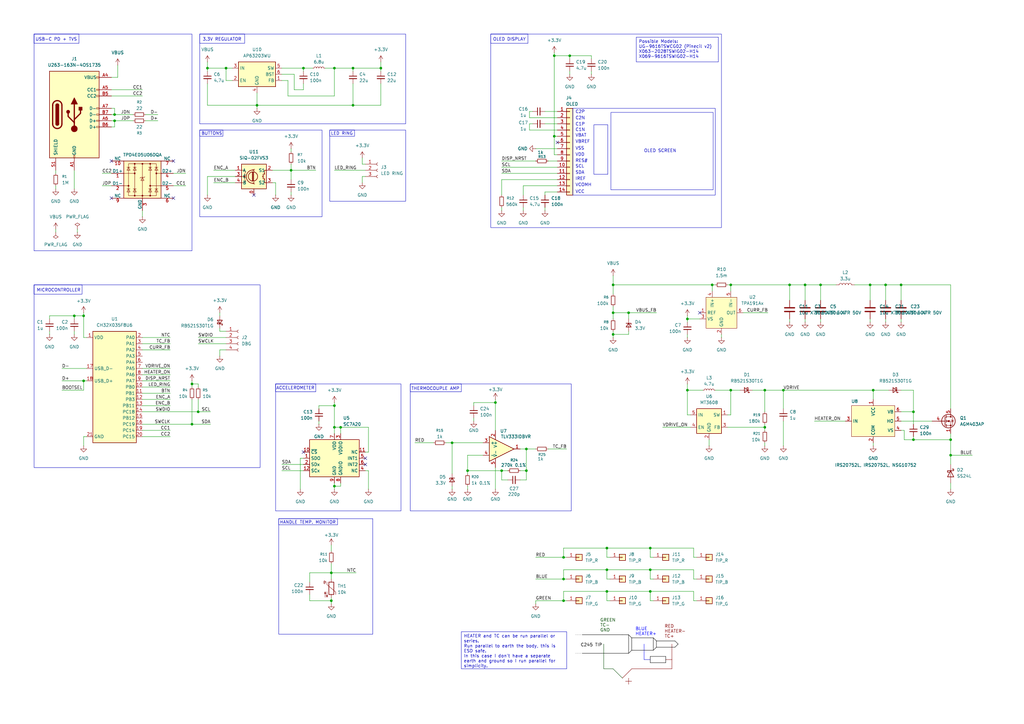
<source format=kicad_sch>
(kicad_sch
	(version 20250114)
	(generator "eeschema")
	(generator_version "9.0")
	(uuid "7095b018-eac3-4b01-b374-28e3216c4fd8")
	(paper "A3")
	
	(rectangle
		(start 113.03 157.48)
		(end 164.465 209.55)
		(stroke
			(width 0)
			(type default)
		)
		(fill
			(type none)
		)
		(uuid 25f66d05-38b5-4a17-99c1-8cad2c92cd3e)
	)
	(rectangle
		(start 13.97 13.97)
		(end 78.74 102.87)
		(stroke
			(width 0)
			(type default)
		)
		(fill
			(type none)
		)
		(uuid 34cfca7f-b72a-4261-a704-f33e6bc4b279)
	)
	(rectangle
		(start 113.03 157.48)
		(end 129.54 160.655)
		(stroke
			(width 0)
			(type default)
		)
		(fill
			(type none)
		)
		(uuid 37b1d202-d0af-4356-9cea-c5377ffdf5c6)
	)
	(rectangle
		(start 168.275 157.48)
		(end 189.23 160.655)
		(stroke
			(width 0)
			(type default)
		)
		(fill
			(type none)
		)
		(uuid 411456a7-808a-4a99-b2e7-4b00b0660778)
	)
	(rectangle
		(start 81.915 53.34)
		(end 91.44 55.88)
		(stroke
			(width 0)
			(type default)
		)
		(fill
			(type none)
		)
		(uuid 51756553-69aa-4f9f-a31a-a60fa2c78053)
	)
	(rectangle
		(start 135.255 53.34)
		(end 166.37 82.55)
		(stroke
			(width 0)
			(type default)
		)
		(fill
			(type none)
		)
		(uuid 7ca7d888-0de2-4ee4-9e02-bce99f6c7310)
	)
	(rectangle
		(start 13.97 116.84)
		(end 33.655 120.65)
		(stroke
			(width 0)
			(type default)
		)
		(fill
			(type none)
		)
		(uuid 7d5ee34c-3c30-4116-b034-575f8f5cbca0)
	)
	(rectangle
		(start 81.915 53.34)
		(end 132.08 88.9)
		(stroke
			(width 0)
			(type default)
		)
		(fill
			(type none)
		)
		(uuid 9c119ec4-7162-4594-9de4-9af2e8ac3469)
	)
	(rectangle
		(start 81.915 13.97)
		(end 100.33 17.78)
		(stroke
			(width 0)
			(type default)
		)
		(fill
			(type none)
		)
		(uuid 9d5c2b83-1ad1-4eb5-9c00-115d7cfbb819)
	)
	(rectangle
		(start 168.275 157.48)
		(end 234.315 209.55)
		(stroke
			(width 0)
			(type default)
		)
		(fill
			(type none)
		)
		(uuid a57dfd79-f7b7-44cf-be58-21e0757161fa)
	)
	(rectangle
		(start 13.97 116.84)
		(end 106.68 191.77)
		(stroke
			(width 0)
			(type default)
		)
		(fill
			(type none)
		)
		(uuid a66c837f-d550-4ad5-b67a-1a34b6eaed03)
	)
	(rectangle
		(start 250.571 46.101)
		(end 292.481 77.851)
		(stroke
			(width 0)
			(type default)
		)
		(fill
			(type none)
		)
		(uuid b323df54-646c-4c42-ac5d-c702f5da28df)
	)
	(rectangle
		(start 13.97 13.97)
		(end 32.385 17.78)
		(stroke
			(width 0)
			(type default)
		)
		(fill
			(type none)
		)
		(uuid b41c86f7-a703-4da7-9c7c-3d6f2dbdab0b)
	)
	(rectangle
		(start 114.3 212.725)
		(end 138.43 215.265)
		(stroke
			(width 0)
			(type default)
		)
		(fill
			(type none)
		)
		(uuid b798fff3-5d10-4e4c-948c-461a0845de52)
	)
	(rectangle
		(start 135.255 53.34)
		(end 145.415 55.88)
		(stroke
			(width 0)
			(type default)
		)
		(fill
			(type none)
		)
		(uuid bb60d903-b4fc-4579-917b-d8b1327cda5c)
	)
	(rectangle
		(start 234.95 44.45)
		(end 293.37 80.01)
		(stroke
			(width 0)
			(type default)
		)
		(fill
			(type none)
		)
		(uuid c7ed09f4-c5b0-447c-8527-2fd1a9942fc7)
	)
	(rectangle
		(start 201.295 13.97)
		(end 295.91 93.345)
		(stroke
			(width 0)
			(type default)
		)
		(fill
			(type none)
		)
		(uuid c86b0301-7b25-4d55-b6bd-bf1af0f3ea13)
	)
	(rectangle
		(start 243.586 51.181)
		(end 249.301 71.501)
		(stroke
			(width 0)
			(type default)
		)
		(fill
			(type none)
		)
		(uuid cc173c2c-4802-4b85-8dc1-c0ed1e2586ae)
	)
	(rectangle
		(start 81.915 13.97)
		(end 166.37 50.8)
		(stroke
			(width 0)
			(type default)
		)
		(fill
			(type none)
		)
		(uuid d5e44070-3c31-4662-9265-15546dcb33a9)
	)
	(rectangle
		(start 114.3 212.725)
		(end 152.908 260.096)
		(stroke
			(width 0)
			(type default)
		)
		(fill
			(type none)
		)
		(uuid dc78faa3-7706-462b-aff1-ea2259b8957d)
	)
	(rectangle
		(start 201.295 13.97)
		(end 216.535 17.78)
		(stroke
			(width 0)
			(type default)
		)
		(fill
			(type none)
		)
		(uuid df873f2f-b2dc-4231-b391-da9722f3ee43)
	)
	(text "RED\nHEATER-\nTC+"
		(exclude_from_sim no)
		(at 272.542 259.08 0)
		(effects
			(font
				(size 1.27 1.27)
				(color 132 0 0 1)
			)
			(justify left)
		)
		(uuid "074f802c-7871-4a94-9d0f-a3c07209b08e")
	)
	(text "3.3V REGULATOR"
		(exclude_from_sim no)
		(at 83.058 16.256 0)
		(effects
			(font
				(size 1.27 1.27)
			)
			(justify left)
		)
		(uuid "270c64e9-acc9-4bdf-adf9-51e85a7cfae3")
	)
	(text "C2N"
		(exclude_from_sim no)
		(at 235.966 48.514 0)
		(effects
			(font
				(size 1.27 1.27)
			)
			(justify left)
		)
		(uuid "303735e4-f194-4e97-9ddd-7741146e5965")
	)
	(text "USB-C PD + TVS"
		(exclude_from_sim no)
		(at 14.478 16.256 0)
		(effects
			(font
				(size 1.27 1.27)
			)
			(justify left)
		)
		(uuid "3b53ae36-2320-46df-8526-8d2b0e4cd267")
	)
	(text "BUTTONS"
		(exclude_from_sim no)
		(at 82.55 54.864 0)
		(effects
			(font
				(size 1.27 1.27)
			)
			(justify left)
		)
		(uuid "4ff0d853-92f6-4f02-aa33-1f252be5ef75")
	)
	(text "SCL"
		(exclude_from_sim no)
		(at 235.966 68.326 0)
		(effects
			(font
				(size 1.27 1.27)
			)
			(justify left)
		)
		(uuid "63c62cf3-4266-478a-9f68-199034fe5d8b")
	)
	(text "RES#"
		(exclude_from_sim no)
		(at 235.966 66.04 0)
		(effects
			(font
				(size 1.27 1.27)
			)
			(justify left)
		)
		(uuid "6ce3c0b9-bb73-4f4d-8996-df06398c02e3")
	)
	(text "C1P"
		(exclude_from_sim no)
		(at 235.966 51.054 0)
		(effects
			(font
				(size 1.27 1.27)
			)
			(justify left)
		)
		(uuid "6d196f00-fda4-408a-b16f-63e268646b7a")
	)
	(text "ACCELEROMETER"
		(exclude_from_sim no)
		(at 121.158 159.258 0)
		(effects
			(font
				(size 1.27 1.27)
			)
		)
		(uuid "6d3cce01-49eb-4036-848c-880563d726ff")
	)
	(text "IREF"
		(exclude_from_sim no)
		(at 235.966 73.406 0)
		(effects
			(font
				(size 1.27 1.27)
			)
			(justify left)
		)
		(uuid "78269562-db7d-4f9c-9409-11de08793bfa")
	)
	(text "BLUE\nHEATER+"
		(exclude_from_sim no)
		(at 260.604 259.08 0)
		(effects
			(font
				(size 1.27 1.27)
				(color 0 0 255 1)
			)
			(justify left)
		)
		(uuid "7cd917a9-991f-405e-b4ad-1658a33b6480")
	)
	(text "C1N"
		(exclude_from_sim no)
		(at 235.966 53.34 0)
		(effects
			(font
				(size 1.27 1.27)
			)
			(justify left)
		)
		(uuid "86eaf89d-7735-48bc-8adf-2c6d7e1c9267")
	)
	(text "C2P"
		(exclude_from_sim no)
		(at 235.966 45.974 0)
		(effects
			(font
				(size 1.27 1.27)
			)
			(justify left)
		)
		(uuid "88767c22-62f5-491f-8191-e622ce50d549")
	)
	(text "VDD"
		(exclude_from_sim no)
		(at 235.966 63.5 0)
		(effects
			(font
				(size 1.27 1.27)
			)
			(justify left)
		)
		(uuid "98ea20d6-f789-4c9a-9d2d-ddf9c4e55ce3")
	)
	(text "HANDLE TEMP. MONITOR"
		(exclude_from_sim no)
		(at 126.238 214.376 0)
		(effects
			(font
				(size 1.27 1.27)
			)
		)
		(uuid "9cf9be48-0da6-4698-b802-905b4321ec7e")
	)
	(text "OLED SCREEN"
		(exclude_from_sim no)
		(at 270.764 61.976 0)
		(effects
			(font
				(size 1.27 1.27)
			)
		)
		(uuid "a7d4d929-dbaa-411d-a847-37e4617db2b8")
	)
	(text "VCC"
		(exclude_from_sim no)
		(at 235.966 78.74 0)
		(effects
			(font
				(size 1.27 1.27)
			)
			(justify left)
		)
		(uuid "c0b5be38-ee7a-4c62-b666-9455a24b9bdf")
	)
	(text "SDA"
		(exclude_from_sim no)
		(at 235.966 70.866 0)
		(effects
			(font
				(size 1.27 1.27)
			)
			(justify left)
		)
		(uuid "d1f23843-c159-4734-816f-e3ebdc7225d4")
	)
	(text "VBREF"
		(exclude_from_sim no)
		(at 235.966 58.166 0)
		(effects
			(font
				(size 1.27 1.27)
			)
			(justify left)
		)
		(uuid "dc92fbc2-eb7d-47ac-891e-6de1528c9506")
	)
	(text "OLED DISPLAY"
		(exclude_from_sim no)
		(at 202.184 16.256 0)
		(effects
			(font
				(size 1.27 1.27)
			)
			(justify left)
		)
		(uuid "e1182865-9cf6-484e-b369-4d8124243a24")
	)
	(text "VBAT"
		(exclude_from_sim no)
		(at 235.966 55.626 0)
		(effects
			(font
				(size 1.27 1.27)
			)
			(justify left)
		)
		(uuid "e5136794-6a5a-4728-b4d0-e47266a8ec2c")
	)
	(text "VSS"
		(exclude_from_sim no)
		(at 235.966 60.96 0)
		(effects
			(font
				(size 1.27 1.27)
			)
			(justify left)
		)
		(uuid "e5277a5c-1568-43ec-ab65-5c403a9ddad3")
	)
	(text "VCOMH"
		(exclude_from_sim no)
		(at 235.966 75.946 0)
		(effects
			(font
				(size 1.27 1.27)
			)
			(justify left)
		)
		(uuid "e677c7ab-e79d-4a1c-8a88-4a56ca5d6b79")
	)
	(text "THERMOCOUPLE AMP"
		(exclude_from_sim no)
		(at 178.562 159.512 0)
		(effects
			(font
				(size 1.27 1.27)
			)
		)
		(uuid "e865e2d4-df9a-47d7-8bc3-1d543675c813")
	)
	(text "LED RING"
		(exclude_from_sim no)
		(at 140.208 54.864 0)
		(effects
			(font
				(size 1.27 1.27)
			)
		)
		(uuid "eebaafe7-13f6-4495-a884-67f3bb5c6ce1")
	)
	(text "MICROCONTROLLER"
		(exclude_from_sim no)
		(at 14.986 119.126 0)
		(effects
			(font
				(size 1.27 1.27)
			)
			(justify left)
		)
		(uuid "f4202bbd-17db-406a-9b6f-417fe43fdaab")
	)
	(text "C245 TIP"
		(exclude_from_sim no)
		(at 242.57 264.668 0)
		(effects
			(font
				(size 1.27 1.27)
				(color 0 0 0 1)
			)
		)
		(uuid "f5ebd9e6-7e85-4295-b1df-1fb1b0a60676")
	)
	(text "GREEN\nTC-\nGND"
		(exclude_from_sim no)
		(at 246.126 256.54 0)
		(effects
			(font
				(size 1.27 1.27)
				(color 0 72 0 1)
			)
			(justify left)
		)
		(uuid "fe22e110-b1c7-4e37-9dd2-ed4186183ab8")
	)
	(text_box "Possible Models:\nUG-9616TSWCG02 (Pinecil v2)\nX063-2028TSWIG02-H14\nX069-9616TSWIG02-H14"
		(exclude_from_sim no)
		(at 260.985 15.24 0)
		(size 33.655 10.16)
		(margins 0.9525 0.9525 0.9525 0.9525)
		(stroke
			(width 0)
			(type solid)
		)
		(fill
			(type none)
		)
		(effects
			(font
				(size 1.27 1.27)
			)
			(justify left top)
		)
		(uuid "aff1d92e-7948-41af-95d4-eec0b0d11729")
	)
	(text_box "HEATER and TC can be run parallel or series.\nRun parallel to earth the body, this is ESD safe.\nIn this case I don't have a separate earth and ground so I run parallel for simplicity."
		(exclude_from_sim no)
		(at 189.23 259.08 0)
		(size 43.18 15.24)
		(margins 0.9525 0.9525 0.9525 0.9525)
		(stroke
			(width 0)
			(type solid)
		)
		(fill
			(type none)
		)
		(effects
			(font
				(size 1.27 1.27)
			)
			(justify left top)
		)
		(uuid "f24e07f6-dab3-4874-a162-57756a4a0cb0")
	)
	(junction
		(at 81.28 168.91)
		(diameter 0)
		(color 0 0 0 0)
		(uuid "0376124e-fe7a-4814-987e-238a633a55c8")
	)
	(junction
		(at 299.72 160.02)
		(diameter 0)
		(color 0 0 0 0)
		(uuid "07d79252-3cfe-49d3-a697-b5180f951c75")
	)
	(junction
		(at 124.46 27.94)
		(diameter 0)
		(color 0 0 0 0)
		(uuid "0acd8611-5527-40f7-90a3-5c60d1adc1d0")
	)
	(junction
		(at 299.72 116.84)
		(diameter 0)
		(color 0 0 0 0)
		(uuid "1a97976b-dfb2-4683-a36c-95b1ecc6d489")
	)
	(junction
		(at 266.7 233.68)
		(diameter 0)
		(color 0 0 0 0)
		(uuid "1e78fea4-f170-467b-a37a-22058bb36a6d")
	)
	(junction
		(at 144.78 43.18)
		(diameter 0)
		(color 0 0 0 0)
		(uuid "22311b9f-04cf-44b4-b81a-9a2eee7d9814")
	)
	(junction
		(at 374.65 180.34)
		(diameter 0)
		(color 0 0 0 0)
		(uuid "253e7a83-9b7c-4d4c-b8d1-7fbacce38609")
	)
	(junction
		(at 231.14 237.49)
		(diameter 0)
		(color 0 0 0 0)
		(uuid "284f32c2-769a-4bc4-b2f0-a7c3e5ae68d6")
	)
	(junction
		(at 281.94 130.81)
		(diameter 0)
		(color 0 0 0 0)
		(uuid "2b9858fc-d565-4568-9ced-4f85b3261fac")
	)
	(junction
		(at 266.7 224.79)
		(diameter 0)
		(color 0 0 0 0)
		(uuid "3303fd32-4b4a-445d-bddd-01abf0d9be1e")
	)
	(junction
		(at 389.89 180.34)
		(diameter 0)
		(color 0 0 0 0)
		(uuid "3b65a788-4b4c-437e-96e5-165c51a854a4")
	)
	(junction
		(at 203.2 165.1)
		(diameter 0)
		(color 0 0 0 0)
		(uuid "3f9bcc33-18ad-48ec-8047-f514eddb9bd3")
	)
	(junction
		(at 266.7 242.57)
		(diameter 0)
		(color 0 0 0 0)
		(uuid "3ff58bdd-622b-46e9-99a2-8eca2ca30783")
	)
	(junction
		(at 389.89 186.69)
		(diameter 0)
		(color 0 0 0 0)
		(uuid "40073d49-3f44-4af7-a787-657ab510a928")
	)
	(junction
		(at 358.14 160.02)
		(diameter 0)
		(color 0 0 0 0)
		(uuid "4022ea02-a839-4e77-8442-99daabad0cb4")
	)
	(junction
		(at 374.65 168.91)
		(diameter 0)
		(color 0 0 0 0)
		(uuid "45cd84fd-2fd0-4481-9f27-779c4e05a620")
	)
	(junction
		(at 191.77 193.04)
		(diameter 0)
		(color 0 0 0 0)
		(uuid "4793f579-9960-4fea-a983-16516b9a6a74")
	)
	(junction
		(at 30.48 129.54)
		(diameter 0)
		(color 0 0 0 0)
		(uuid "4a00e859-a3fe-467b-8ce9-def1b4a6bc1d")
	)
	(junction
		(at 281.94 160.02)
		(diameter 0)
		(color 0 0 0 0)
		(uuid "4c2788f8-2f3d-4c09-bf35-9265ddb84f5d")
	)
	(junction
		(at 231.14 228.6)
		(diameter 0)
		(color 0 0 0 0)
		(uuid "4e000b4e-efac-4699-be88-c8c4a1e11b0e")
	)
	(junction
		(at 137.16 27.94)
		(diameter 0)
		(color 0 0 0 0)
		(uuid "4e457d4d-37fd-4b51-a420-85ebb8dc04c5")
	)
	(junction
		(at 251.46 137.16)
		(diameter 0)
		(color 0 0 0 0)
		(uuid "5356a73a-34f6-4489-9bec-01ccee3dfe09")
	)
	(junction
		(at 137.16 175.26)
		(diameter 0)
		(color 0 0 0 0)
		(uuid "589eff9d-eed1-4df5-98d6-26b7c768b426")
	)
	(junction
		(at 46.99 49.53)
		(diameter 0)
		(color 0 0 0 0)
		(uuid "5e8d1cf7-167e-4030-9f28-7c115ea5395b")
	)
	(junction
		(at 248.92 233.68)
		(diameter 0)
		(color 0 0 0 0)
		(uuid "5ea4f1af-29c5-41cd-b15b-81097d2b6427")
	)
	(junction
		(at 227.33 55.88)
		(diameter 0)
		(color 0 0 0 0)
		(uuid "5fbb3de9-86ee-49ad-a284-eb55f1cc692a")
	)
	(junction
		(at 292.1 116.84)
		(diameter 0)
		(color 0 0 0 0)
		(uuid "5feb41b2-1973-47b7-a124-0b6e2628d43d")
	)
	(junction
		(at 248.92 242.57)
		(diameter 0)
		(color 0 0 0 0)
		(uuid "64f8ff53-fd25-4945-b8a5-64153356f23e")
	)
	(junction
		(at 330.2 116.84)
		(diameter 0)
		(color 0 0 0 0)
		(uuid "6808b8fc-fce0-4c29-9b69-0ee5f46b25bf")
	)
	(junction
		(at 257.81 128.27)
		(diameter 0)
		(color 0 0 0 0)
		(uuid "72a3e6ce-0be8-4ce5-948e-b5935f1538fc")
	)
	(junction
		(at 233.68 22.86)
		(diameter 0)
		(color 0 0 0 0)
		(uuid "73b54f8a-8892-4f5c-ad2f-0a2e6cc384c3")
	)
	(junction
		(at 34.29 129.54)
		(diameter 0)
		(color 0 0 0 0)
		(uuid "7463436f-e839-4ea2-a4bf-81f122061b20")
	)
	(junction
		(at 205.74 193.04)
		(diameter 0)
		(color 0 0 0 0)
		(uuid "77d052f3-f174-4ac4-b7f3-74fd8cd4f0e2")
	)
	(junction
		(at 78.74 157.48)
		(diameter 0)
		(color 0 0 0 0)
		(uuid "81607e46-ed60-4e7b-900a-af756b50d9d4")
	)
	(junction
		(at 313.69 160.02)
		(diameter 0)
		(color 0 0 0 0)
		(uuid "81928cab-d290-47f7-99c7-9c8f417d4c4e")
	)
	(junction
		(at 137.16 166.37)
		(diameter 0)
		(color 0 0 0 0)
		(uuid "84b1d133-5555-4f34-9259-4c4a00397909")
	)
	(junction
		(at 215.9 193.04)
		(diameter 0)
		(color 0 0 0 0)
		(uuid "879d8513-8c12-4c71-805b-cfd0566ce6a8")
	)
	(junction
		(at 34.29 156.21)
		(diameter 0)
		(color 0 0 0 0)
		(uuid "89bcf90e-9038-4def-8280-30d23811eeb8")
	)
	(junction
		(at 227.33 22.86)
		(diameter 0)
		(color 0 0 0 0)
		(uuid "9531702c-c6a6-4297-8a10-64a5c6fc90b3")
	)
	(junction
		(at 135.89 246.38)
		(diameter 0)
		(color 0 0 0 0)
		(uuid "9ba723fb-78b5-4d72-ae3c-94d59ceb7ba3")
	)
	(junction
		(at 251.46 116.84)
		(diameter 0)
		(color 0 0 0 0)
		(uuid "a3b1ebda-28bf-4cca-a91f-ab0720e0e5f5")
	)
	(junction
		(at 369.57 116.84)
		(diameter 0)
		(color 0 0 0 0)
		(uuid "a4d979fd-63a2-48ce-84b3-7b769c15c5b9")
	)
	(junction
		(at 363.22 116.84)
		(diameter 0)
		(color 0 0 0 0)
		(uuid "a89b45bc-11cd-4c56-82a5-aa3cbf3eaec6")
	)
	(junction
		(at 356.87 116.84)
		(diameter 0)
		(color 0 0 0 0)
		(uuid "ad983ed3-2768-4ccc-8f04-0cec51fe45cb")
	)
	(junction
		(at 215.9 184.15)
		(diameter 0)
		(color 0 0 0 0)
		(uuid "aff6f7cf-f995-4965-9b70-2f6e1afd3257")
	)
	(junction
		(at 251.46 128.27)
		(diameter 0)
		(color 0 0 0 0)
		(uuid "b257f578-3f04-4267-ba31-62cb9e7e56e2")
	)
	(junction
		(at 336.55 116.84)
		(diameter 0)
		(color 0 0 0 0)
		(uuid "b77288d6-153c-4d0b-b0a0-88c34646a284")
	)
	(junction
		(at 185.42 181.61)
		(diameter 0)
		(color 0 0 0 0)
		(uuid "be519101-b7e2-4e85-bc0c-866a0a6fdb77")
	)
	(junction
		(at 135.89 234.95)
		(diameter 0)
		(color 0 0 0 0)
		(uuid "c4f19431-f823-4a18-902b-e25529b1c304")
	)
	(junction
		(at 323.85 116.84)
		(diameter 0)
		(color 0 0 0 0)
		(uuid "c81a9f55-67fe-4c4d-a446-fcc91ba602a7")
	)
	(junction
		(at 156.21 27.94)
		(diameter 0)
		(color 0 0 0 0)
		(uuid "caa23b1a-fb60-423d-84ed-a4ec6bda7dc1")
	)
	(junction
		(at 78.74 173.99)
		(diameter 0)
		(color 0 0 0 0)
		(uuid "cb369bbe-c983-4f03-86f5-9ab8b3b58edd")
	)
	(junction
		(at 119.38 69.85)
		(diameter 0)
		(color 0 0 0 0)
		(uuid "cbfb9910-a9c3-4d1d-beaf-ad4934f7e32e")
	)
	(junction
		(at 313.69 175.26)
		(diameter 0)
		(color 0 0 0 0)
		(uuid "cc109a5d-bdf8-421c-800f-f4fb1ea8fcea")
	)
	(junction
		(at 105.41 43.18)
		(diameter 0)
		(color 0 0 0 0)
		(uuid "d049456d-20ee-4308-a384-c295c5fb64a1")
	)
	(junction
		(at 137.16 199.39)
		(diameter 0)
		(color 0 0 0 0)
		(uuid "d3c0ec6c-e13a-496a-ad1c-ba60afc46b96")
	)
	(junction
		(at 46.99 46.99)
		(diameter 0)
		(color 0 0 0 0)
		(uuid "d3cb3929-1383-43bf-9aa0-8d6179547879")
	)
	(junction
		(at 144.78 27.94)
		(diameter 0)
		(color 0 0 0 0)
		(uuid "d5fd0359-f76b-4cc1-9ea5-8682bade4542")
	)
	(junction
		(at 321.31 160.02)
		(diameter 0)
		(color 0 0 0 0)
		(uuid "e5115188-7348-4d7f-9464-18609567d3fc")
	)
	(junction
		(at 92.71 27.94)
		(diameter 0)
		(color 0 0 0 0)
		(uuid "e80bc681-7695-43f3-a2bd-d411c7e86409")
	)
	(junction
		(at 231.14 246.38)
		(diameter 0)
		(color 0 0 0 0)
		(uuid "ea75d511-588c-4431-8d03-5392322d567d")
	)
	(junction
		(at 139.7 175.26)
		(diameter 0)
		(color 0 0 0 0)
		(uuid "ea9ea449-1699-40d7-8a1c-89a1d2111f96")
	)
	(junction
		(at 248.92 224.79)
		(diameter 0)
		(color 0 0 0 0)
		(uuid "ebd518cf-54ce-4d1f-b736-386303c84246")
	)
	(junction
		(at 85.09 27.94)
		(diameter 0)
		(color 0 0 0 0)
		(uuid "f1df4cab-d95d-4e21-b204-cc5686c3ccd2")
	)
	(no_connect
		(at 287.02 128.27)
		(uuid "06611bec-51b6-46da-9687-f0c27668a583")
	)
	(no_connect
		(at 149.86 187.96)
		(uuid "12b81ef0-4fba-4b2f-98fa-a2180c0447e2")
	)
	(no_connect
		(at 149.86 190.5)
		(uuid "2b4977a8-0f21-4fec-84e4-4c603e997be4")
	)
	(no_connect
		(at 71.12 81.28)
		(uuid "46b4ccbc-24ab-4899-8505-9a1bc9336197")
	)
	(no_connect
		(at 45.72 66.04)
		(uuid "613b3790-5218-413f-a343-e26aa4ea4b95")
	)
	(no_connect
		(at 228.6 58.42)
		(uuid "8d801d13-32fe-4e34-8cc5-b8a86a497023")
	)
	(no_connect
		(at 124.46 185.42)
		(uuid "bb17c601-45a1-4eb6-aaaf-eada3efdd523")
	)
	(no_connect
		(at 45.72 81.28)
		(uuid "c9b41e3a-80a4-4410-be4c-91975e86700a")
	)
	(no_connect
		(at 104.14 80.01)
		(uuid "d8cbb7b8-f348-43ed-b12a-7c884625729d")
	)
	(no_connect
		(at 71.12 66.04)
		(uuid "e9fc4535-1911-4390-b5e2-c282d53c9319")
	)
	(polyline
		(pts
			(xy 269.24 265.43) (xy 267.97 266.7)
		)
		(stroke
			(width 0)
			(type default)
			(color 0 0 0 1)
		)
		(uuid "026bb0ed-6072-40a3-95a7-f0b0e5bb9f80")
	)
	(wire
		(pts
			(xy 156.21 25.4) (xy 156.21 27.94)
		)
		(stroke
			(width 0)
			(type default)
		)
		(uuid "0280334b-627a-4233-a676-012a207d9298")
	)
	(wire
		(pts
			(xy 363.22 116.84) (xy 363.22 123.19)
		)
		(stroke
			(width 0)
			(type default)
		)
		(uuid "03a779c6-256f-4f99-b43d-6c178f895bd1")
	)
	(wire
		(pts
			(xy 123.19 187.96) (xy 124.46 187.96)
		)
		(stroke
			(width 0)
			(type default)
		)
		(uuid "03f9526b-c252-4cea-a8ec-81306ff6df76")
	)
	(wire
		(pts
			(xy 330.2 116.84) (xy 336.55 116.84)
		)
		(stroke
			(width 0)
			(type default)
		)
		(uuid "05599844-ce1f-4fde-8e8d-8f9de2dae269")
	)
	(wire
		(pts
			(xy 41.91 76.2) (xy 45.72 76.2)
		)
		(stroke
			(width 0)
			(type default)
		)
		(uuid "057a48eb-9b1d-42a5-bf44-6985b9321748")
	)
	(wire
		(pts
			(xy 227.33 55.88) (xy 228.6 55.88)
		)
		(stroke
			(width 0)
			(type default)
		)
		(uuid "06a39b25-e5c0-48bf-8f66-6ff9e46efda7")
	)
	(polyline
		(pts
			(xy 275.59 270.51) (xy 273.05 270.51)
		)
		(stroke
			(width 0)
			(type solid)
			(color 132 0 0 1)
		)
		(uuid "07b98816-3d51-4f72-b198-7c04ddd02a60")
	)
	(wire
		(pts
			(xy 299.72 160.02) (xy 299.72 170.18)
		)
		(stroke
			(width 0)
			(type default)
		)
		(uuid "08ca60c2-d79a-4019-861d-7c88280594b9")
	)
	(wire
		(pts
			(xy 115.57 193.04) (xy 124.46 193.04)
		)
		(stroke
			(width 0)
			(type default)
		)
		(uuid "093a4bfc-aabd-4586-948a-1580d9afeffa")
	)
	(wire
		(pts
			(xy 45.72 36.83) (xy 58.42 36.83)
		)
		(stroke
			(width 0)
			(type default)
		)
		(uuid "098337dc-d67f-4f92-9e59-aa0530495823")
	)
	(wire
		(pts
			(xy 369.57 168.91) (xy 374.65 168.91)
		)
		(stroke
			(width 0)
			(type default)
		)
		(uuid "0991fc57-c77d-4d8b-a7f5-93559a71531e")
	)
	(wire
		(pts
			(xy 284.48 228.6) (xy 285.75 228.6)
		)
		(stroke
			(width 0)
			(type default)
		)
		(uuid "0b3b1be4-2c7f-47f2-886c-9ff27992e090")
	)
	(wire
		(pts
			(xy 283.21 170.18) (xy 281.94 170.18)
		)
		(stroke
			(width 0)
			(type default)
		)
		(uuid "0bdd0dd3-1438-4145-a164-7482936ecc91")
	)
	(polyline
		(pts
			(xy 236.22 260.35) (xy 238.76 260.35)
		)
		(stroke
			(width 0)
			(type dot)
			(color 0 0 0 1)
		)
		(uuid "0bebbeb1-bed0-4084-8b40-7ac03a835cd7")
	)
	(wire
		(pts
			(xy 358.14 181.61) (xy 358.14 182.88)
		)
		(stroke
			(width 0)
			(type default)
		)
		(uuid "0c9fa1d8-a413-4dad-b1e6-53724d6877dc")
	)
	(wire
		(pts
			(xy 374.65 179.07) (xy 374.65 180.34)
		)
		(stroke
			(width 0)
			(type default)
		)
		(uuid "0d1d8e67-44be-4e93-8637-8b77df712344")
	)
	(wire
		(pts
			(xy 85.09 34.29) (xy 85.09 43.18)
		)
		(stroke
			(width 0)
			(type default)
		)
		(uuid "0d1da041-1604-484f-8588-64418e6780df")
	)
	(wire
		(pts
			(xy 281.94 157.48) (xy 281.94 160.02)
		)
		(stroke
			(width 0)
			(type default)
		)
		(uuid "0d6f32d5-98ad-41ed-b781-51035ba32ce2")
	)
	(polyline
		(pts
			(xy 266.7 269.24) (xy 266.7 271.78)
		)
		(stroke
			(width 0)
			(type solid)
			(color 0 0 0 1)
		)
		(uuid "0e087217-7caf-4ae9-80d3-cf5e99ccbd9c")
	)
	(wire
		(pts
			(xy 78.74 157.48) (xy 81.28 157.48)
		)
		(stroke
			(width 0)
			(type default)
		)
		(uuid "0e2e8ef7-9967-4f2a-a391-35d57131fb71")
	)
	(wire
		(pts
			(xy 248.92 224.79) (xy 266.7 224.79)
		)
		(stroke
			(width 0)
			(type default)
		)
		(uuid "0ea3b0f9-9010-4b04-86d3-c4830ab1836d")
	)
	(wire
		(pts
			(xy 127 234.95) (xy 135.89 234.95)
		)
		(stroke
			(width 0)
			(type default)
		)
		(uuid "0f8627da-dc1e-4504-acfc-120e3647c5b5")
	)
	(wire
		(pts
			(xy 58.42 158.75) (xy 69.85 158.75)
		)
		(stroke
			(width 0)
			(type default)
		)
		(uuid "0f968ad1-38fa-43f3-a9ca-eaab57060db2")
	)
	(wire
		(pts
			(xy 214.63 85.09) (xy 214.63 86.36)
		)
		(stroke
			(width 0)
			(type default)
		)
		(uuid "0fdf5b0f-14a7-4ff5-aee8-91dcf3e80430")
	)
	(polyline
		(pts
			(xy 276.86 262.89) (xy 278.13 264.16)
		)
		(stroke
			(width 0)
			(type default)
			(color 0 0 0 1)
		)
		(uuid "0ffc5971-b130-492f-a7ea-ccd3781d517b")
	)
	(wire
		(pts
			(xy 251.46 125.73) (xy 251.46 128.27)
		)
		(stroke
			(width 0)
			(type default)
		)
		(uuid "10b7f4bb-8e85-4f50-bd94-98083d6c2f27")
	)
	(wire
		(pts
			(xy 321.31 167.64) (xy 321.31 160.02)
		)
		(stroke
			(width 0)
			(type default)
		)
		(uuid "1213dcc9-1528-4b78-b712-6cdbea454856")
	)
	(wire
		(pts
			(xy 191.77 193.04) (xy 191.77 186.69)
		)
		(stroke
			(width 0)
			(type default)
		)
		(uuid "12f02fb2-28a7-4766-ae13-424545151178")
	)
	(wire
		(pts
			(xy 137.16 175.26) (xy 137.16 177.8)
		)
		(stroke
			(width 0)
			(type default)
		)
		(uuid "135c080a-b87a-42f2-bd23-e8f54c5ee6c7")
	)
	(wire
		(pts
			(xy 148.59 74.93) (xy 148.59 72.39)
		)
		(stroke
			(width 0)
			(type default)
		)
		(uuid "13a8fbae-4055-4538-a775-7561035458e6")
	)
	(wire
		(pts
			(xy 191.77 193.04) (xy 205.74 193.04)
		)
		(stroke
			(width 0)
			(type default)
		)
		(uuid "13e7537a-edd6-43d5-8bb0-f6eb3d491016")
	)
	(wire
		(pts
			(xy 257.81 137.16) (xy 251.46 137.16)
		)
		(stroke
			(width 0)
			(type default)
		)
		(uuid "13fdc45e-79a2-4146-a607-12db049e38ab")
	)
	(wire
		(pts
			(xy 215.9 193.04) (xy 215.9 184.15)
		)
		(stroke
			(width 0)
			(type default)
		)
		(uuid "1427c6b1-5293-499b-9663-f54121cc8ca4")
	)
	(wire
		(pts
			(xy 48.26 31.75) (xy 48.26 26.67)
		)
		(stroke
			(width 0)
			(type default)
		)
		(uuid "14b83c6b-fa77-4ec1-b020-d89f490dd1db")
	)
	(wire
		(pts
			(xy 87.63 69.85) (xy 96.52 69.85)
		)
		(stroke
			(width 0)
			(type default)
		)
		(uuid "15d75b7e-53c1-4b3b-bead-3e9845084cb1")
	)
	(wire
		(pts
			(xy 203.2 163.83) (xy 203.2 165.1)
		)
		(stroke
			(width 0)
			(type default)
		)
		(uuid "16a235b6-6479-41c3-934b-5990cd87fafe")
	)
	(wire
		(pts
			(xy 227.33 55.88) (xy 227.33 63.5)
		)
		(stroke
			(width 0)
			(type default)
		)
		(uuid "16a6ad92-1a6b-4d2b-93f1-5652f5947dbb")
	)
	(wire
		(pts
			(xy 336.55 116.84) (xy 336.55 123.19)
		)
		(stroke
			(width 0)
			(type default)
		)
		(uuid "17c1eb5e-1845-4379-b256-a51cd4e4d76b")
	)
	(wire
		(pts
			(xy 231.14 228.6) (xy 232.41 228.6)
		)
		(stroke
			(width 0)
			(type default)
		)
		(uuid "17df628e-6e1c-4007-bf79-a6f4989ca29e")
	)
	(wire
		(pts
			(xy 45.72 52.07) (xy 46.99 52.07)
		)
		(stroke
			(width 0)
			(type default)
		)
		(uuid "18438b3a-827e-4972-b4d2-e39627126fd2")
	)
	(polyline
		(pts
			(xy 255.27 260.35) (xy 257.81 260.35)
		)
		(stroke
			(width 0)
			(type default)
			(color 0 0 0 1)
		)
		(uuid "185695dd-6d7c-4a99-817d-9d7e560e285b")
	)
	(wire
		(pts
			(xy 58.42 153.67) (xy 69.85 153.67)
		)
		(stroke
			(width 0)
			(type default)
		)
		(uuid "185cc638-609c-4acf-9a83-434d47f9bece")
	)
	(wire
		(pts
			(xy 248.92 228.6) (xy 250.19 228.6)
		)
		(stroke
			(width 0)
			(type default)
		)
		(uuid "186284b8-bd67-4889-90c2-387a38831a45")
	)
	(wire
		(pts
			(xy 321.31 160.02) (xy 313.69 160.02)
		)
		(stroke
			(width 0)
			(type default)
		)
		(uuid "18853170-98c0-4142-a886-9b88272679cd")
	)
	(wire
		(pts
			(xy 231.14 242.57) (xy 248.92 242.57)
		)
		(stroke
			(width 0)
			(type default)
		)
		(uuid "19a14244-1aa6-4e39-a21f-a4b520ce6566")
	)
	(wire
		(pts
			(xy 281.94 170.18) (xy 281.94 160.02)
		)
		(stroke
			(width 0)
			(type default)
		)
		(uuid "19c2bb4e-b6a2-428b-b46d-e50a0b5d9ad9")
	)
	(wire
		(pts
			(xy 90.17 135.89) (xy 92.71 135.89)
		)
		(stroke
			(width 0)
			(type default)
		)
		(uuid "1b5db70b-c75a-47b9-9005-1a033afb345d")
	)
	(wire
		(pts
			(xy 374.65 180.34) (xy 389.89 180.34)
		)
		(stroke
			(width 0)
			(type default)
		)
		(uuid "1b77d230-b149-4ebc-9500-892f807d9feb")
	)
	(wire
		(pts
			(xy 127 246.38) (xy 127 243.84)
		)
		(stroke
			(width 0)
			(type default)
		)
		(uuid "1b9cd177-a46a-4a5a-81a3-e55bb87811dd")
	)
	(polyline
		(pts
			(xy 264.16 264.16) (xy 264.16 270.51)
		)
		(stroke
			(width 0)
			(type solid)
			(color 0 0 255 1)
		)
		(uuid "1ba11ea6-79fc-470e-8095-8fd6d151a60b")
	)
	(wire
		(pts
			(xy 58.42 166.37) (xy 69.85 166.37)
		)
		(stroke
			(width 0)
			(type default)
		)
		(uuid "1c31a3a0-71be-4869-aecb-fe7720f70370")
	)
	(wire
		(pts
			(xy 266.7 246.38) (xy 267.97 246.38)
		)
		(stroke
			(width 0)
			(type default)
		)
		(uuid "1cf9f715-8924-4551-8321-2cb14bcb7a4b")
	)
	(polyline
		(pts
			(xy 247.65 264.16) (xy 247.65 274.32)
		)
		(stroke
			(width 0)
			(type solid)
			(color 0 72 0 1)
		)
		(uuid "1d759bc9-3b87-4396-975b-76eb784a4ee5")
	)
	(wire
		(pts
			(xy 95.25 27.94) (xy 92.71 27.94)
		)
		(stroke
			(width 0)
			(type default)
		)
		(uuid "202f5003-0a48-4fcb-962b-eb5d0b2eea8c")
	)
	(wire
		(pts
			(xy 231.14 237.49) (xy 231.14 233.68)
		)
		(stroke
			(width 0)
			(type default)
		)
		(uuid "208cd2f2-adb5-4a75-b940-1381a809b269")
	)
	(wire
		(pts
			(xy 330.2 116.84) (xy 330.2 123.19)
		)
		(stroke
			(width 0)
			(type default)
		)
		(uuid "2127773a-b32d-4655-8ee4-0044ed2e17bd")
	)
	(wire
		(pts
			(xy 330.2 130.81) (xy 330.2 132.08)
		)
		(stroke
			(width 0)
			(type default)
		)
		(uuid "21ac53c4-1dbe-47d4-8180-a725056fe65d")
	)
	(wire
		(pts
			(xy 105.41 43.18) (xy 144.78 43.18)
		)
		(stroke
			(width 0)
			(type default)
		)
		(uuid "228d2b28-0e5e-4a0f-9a64-60ca034456d5")
	)
	(wire
		(pts
			(xy 22.86 69.85) (xy 22.86 71.12)
		)
		(stroke
			(width 0)
			(type default)
		)
		(uuid "22ceb097-bc74-4764-aecd-0b980944d711")
	)
	(wire
		(pts
			(xy 231.14 224.79) (xy 231.14 228.6)
		)
		(stroke
			(width 0)
			(type default)
		)
		(uuid "24d72d9c-7088-49fe-b9b0-0f36f49c22e7")
	)
	(wire
		(pts
			(xy 284.48 246.38) (xy 285.75 246.38)
		)
		(stroke
			(width 0)
			(type default)
		)
		(uuid "2616a777-c896-4d19-9dd1-44f1b40faa16")
	)
	(wire
		(pts
			(xy 266.7 237.49) (xy 267.97 237.49)
		)
		(stroke
			(width 0)
			(type default)
		)
		(uuid "28258bd8-18c4-469b-be71-ef9ab42f0cf4")
	)
	(wire
		(pts
			(xy 323.85 116.84) (xy 330.2 116.84)
		)
		(stroke
			(width 0)
			(type default)
		)
		(uuid "28f57cd8-44c0-45cf-9233-c33a6669bb3a")
	)
	(wire
		(pts
			(xy 208.28 196.85) (xy 205.74 196.85)
		)
		(stroke
			(width 0)
			(type default)
		)
		(uuid "28f9a714-ce47-4a87-9eba-39a2e1e51e21")
	)
	(wire
		(pts
			(xy 137.16 39.37) (xy 118.11 39.37)
		)
		(stroke
			(width 0)
			(type default)
		)
		(uuid "296133f5-2a32-47e9-994c-67f3c4c032fa")
	)
	(polyline
		(pts
			(xy 275.59 264.16) (xy 275.59 270.51)
		)
		(stroke
			(width 0)
			(type solid)
			(color 132 0 0 1)
		)
		(uuid "2986f712-090f-47d7-9d1c-d91842ebf259")
	)
	(wire
		(pts
			(xy 248.92 242.57) (xy 266.7 242.57)
		)
		(stroke
			(width 0)
			(type default)
		)
		(uuid "29f41644-402c-4df3-aa82-716fe9752efd")
	)
	(wire
		(pts
			(xy 46.99 44.45) (xy 46.99 46.99)
		)
		(stroke
			(width 0)
			(type default)
		)
		(uuid "2b6c7f04-a093-4524-90eb-496f9f787527")
	)
	(polyline
		(pts
			(xy 273.05 270.51) (xy 273.05 269.24)
		)
		(stroke
			(width 0)
			(type solid)
			(color 0 0 0 1)
		)
		(uuid "2c47bba1-b584-4271-bdfb-c24c01ea95ec")
	)
	(wire
		(pts
			(xy 205.74 73.66) (xy 205.74 80.01)
		)
		(stroke
			(width 0)
			(type default)
		)
		(uuid "2c6750b6-74c7-4d32-8f14-8af4353a5366")
	)
	(wire
		(pts
			(xy 231.14 224.79) (xy 248.92 224.79)
		)
		(stroke
			(width 0)
			(type default)
		)
		(uuid "2c6d220a-0a4b-4ff0-96fe-2ee1e16fcd9b")
	)
	(wire
		(pts
			(xy 105.41 43.18) (xy 105.41 44.45)
		)
		(stroke
			(width 0)
			(type default)
		)
		(uuid "2caf9a90-c3fc-4061-b393-2a0dec203c07")
	)
	(wire
		(pts
			(xy 144.78 43.18) (xy 156.21 43.18)
		)
		(stroke
			(width 0)
			(type default)
		)
		(uuid "2e8bc53e-95b2-4423-886b-bfb2eecd08b4")
	)
	(wire
		(pts
			(xy 45.72 31.75) (xy 48.26 31.75)
		)
		(stroke
			(width 0)
			(type default)
		)
		(uuid "2f68ac55-2ae3-4fdc-bcfb-21f448f1abfc")
	)
	(wire
		(pts
			(xy 135.89 234.95) (xy 146.05 234.95)
		)
		(stroke
			(width 0)
			(type default)
		)
		(uuid "2f7c8f4f-5718-4ee6-b598-55a2c858af33")
	)
	(wire
		(pts
			(xy 266.7 242.57) (xy 284.48 242.57)
		)
		(stroke
			(width 0)
			(type default)
		)
		(uuid "2fbb547f-23cf-4496-89ab-aa2301b850bd")
	)
	(wire
		(pts
			(xy 137.16 165.1) (xy 137.16 166.37)
		)
		(stroke
			(width 0)
			(type default)
		)
		(uuid "2ff8f590-a0dd-4986-b523-e06c9b3827a0")
	)
	(polyline
		(pts
			(xy 259.08 261.62) (xy 259.08 266.7)
		)
		(stroke
			(width 0)
			(type default)
			(color 0 0 0 1)
		)
		(uuid "2ffefb90-6206-45ca-b57b-84bd29cfce39")
	)
	(wire
		(pts
			(xy 321.31 160.02) (xy 358.14 160.02)
		)
		(stroke
			(width 0)
			(type default)
		)
		(uuid "30582172-f069-4a5c-98a5-78a219f57280")
	)
	(polyline
		(pts
			(xy 266.7 261.62) (xy 267.97 261.62)
		)
		(stroke
			(width 0)
			(type default)
			(color 0 0 0 1)
		)
		(uuid "30fd122b-5121-4a83-88df-f8bbacf354a5")
	)
	(wire
		(pts
			(xy 58.42 179.07) (xy 69.85 179.07)
		)
		(stroke
			(width 0)
			(type default)
		)
		(uuid "31a5a27a-16db-4a49-a5fb-95805556c18e")
	)
	(wire
		(pts
			(xy 124.46 36.83) (xy 120.65 36.83)
		)
		(stroke
			(width 0)
			(type default)
		)
		(uuid "326fcbeb-6568-414a-bae2-3482d5ca26c6")
	)
	(wire
		(pts
			(xy 130.81 167.64) (xy 130.81 166.37)
		)
		(stroke
			(width 0)
			(type default)
		)
		(uuid "34170387-03a3-4d7d-9f6a-9db512b2f47f")
	)
	(wire
		(pts
			(xy 92.71 27.94) (xy 85.09 27.94)
		)
		(stroke
			(width 0)
			(type default)
		)
		(uuid "35fc1e6c-2319-48d6-b1ef-3f4c892dc210")
	)
	(wire
		(pts
			(xy 185.42 181.61) (xy 198.12 181.61)
		)
		(stroke
			(width 0)
			(type default)
		)
		(uuid "36f53756-61b8-4225-b3bf-fa4d238d3b1c")
	)
	(wire
		(pts
			(xy 356.87 132.08) (xy 356.87 130.81)
		)
		(stroke
			(width 0)
			(type default)
		)
		(uuid "36f828c4-79aa-42c1-91c3-70fbaa1abf17")
	)
	(wire
		(pts
			(xy 34.29 129.54) (xy 34.29 138.43)
		)
		(stroke
			(width 0)
			(type default)
		)
		(uuid "37760e84-34f3-4903-8420-24fbe82cc7d6")
	)
	(polyline
		(pts
			(xy 257.81 275.59) (xy 255.27 278.13)
		)
		(stroke
			(width 0)
			(type solid)
			(color 132 0 0 1)
		)
		(uuid "37ebe191-502b-4008-ade9-750ab2ba02d7")
	)
	(wire
		(pts
			(xy 85.09 27.94) (xy 85.09 29.21)
		)
		(stroke
			(width 0)
			(type default)
		)
		(uuid "3855a61f-666e-4706-aff6-2793b5d48fb3")
	)
	(wire
		(pts
			(xy 58.42 86.36) (xy 58.42 88.9)
		)
		(stroke
			(width 0)
			(type default)
		)
		(uuid "3884bd08-970a-4525-a7ae-3d118eacfc46")
	)
	(wire
		(pts
			(xy 156.21 29.21) (xy 156.21 27.94)
		)
		(stroke
			(width 0)
			(type default)
		)
		(uuid "3be291d1-3abb-48c6-8d25-0c043a9fcb68")
	)
	(wire
		(pts
			(xy 228.6 53.34) (xy 217.17 53.34)
		)
		(stroke
			(width 0)
			(type default)
		)
		(uuid "3cc74a2e-0fe8-421a-b5ee-daa8e8b3a712")
	)
	(wire
		(pts
			(xy 266.7 233.68) (xy 266.7 237.49)
		)
		(stroke
			(width 0)
			(type default)
		)
		(uuid "3d8111d1-5754-4d6e-a849-470a6bd591a5")
	)
	(wire
		(pts
			(xy 81.28 158.75) (xy 81.28 157.48)
		)
		(stroke
			(width 0)
			(type default)
		)
		(uuid "3e0b80ea-981d-44ea-98ef-2a7e6f6c8ed9")
	)
	(wire
		(pts
			(xy 224.79 66.04) (xy 228.6 66.04)
		)
		(stroke
			(width 0)
			(type default)
		)
		(uuid "3e7e3e9e-2270-4d22-887c-ad05a3264519")
	)
	(wire
		(pts
			(xy 231.14 246.38) (xy 231.14 242.57)
		)
		(stroke
			(width 0)
			(type default)
		)
		(uuid "3fa2d78b-ebb4-4831-a7a1-a277abddf5b5")
	)
	(wire
		(pts
			(xy 59.69 49.53) (xy 64.77 49.53)
		)
		(stroke
			(width 0)
			(type default)
		)
		(uuid "3fb95421-59f4-497f-8b94-8962c1179ed1")
	)
	(wire
		(pts
			(xy 20.32 129.54) (xy 30.48 129.54)
		)
		(stroke
			(width 0)
			(type default)
		)
		(uuid "40920f53-5818-408c-bc37-08872dc5c2db")
	)
	(wire
		(pts
			(xy 151.13 193.04) (xy 151.13 200.66)
		)
		(stroke
			(width 0)
			(type default)
		)
		(uuid "40b028e4-52bf-4d41-b4ef-331b7c9a978e")
	)
	(wire
		(pts
			(xy 350.52 116.84) (xy 356.87 116.84)
		)
		(stroke
			(width 0)
			(type default)
		)
		(uuid "4118bf92-a2c5-449c-93a6-612c3c72d3ce")
	)
	(wire
		(pts
			(xy 185.42 199.39) (xy 185.42 200.66)
		)
		(stroke
			(width 0)
			(type default)
		)
		(uuid "43271041-c5c8-412c-bfdd-5618a8d6f936")
	)
	(wire
		(pts
			(xy 149.86 193.04) (xy 151.13 193.04)
		)
		(stroke
			(width 0)
			(type default)
		)
		(uuid "435771e7-7406-4d64-854d-386effbd573f")
	)
	(wire
		(pts
			(xy 369.57 160.02) (xy 374.65 160.02)
		)
		(stroke
			(width 0)
			(type default)
		)
		(uuid "43bc359c-fbc5-42f0-9eb9-e197be54c3b7")
	)
	(wire
		(pts
			(xy 231.14 246.38) (xy 232.41 246.38)
		)
		(stroke
			(width 0)
			(type default)
		)
		(uuid "44421f2e-8ea1-481c-996b-c429ad7430a2")
	)
	(wire
		(pts
			(xy 45.72 39.37) (xy 58.42 39.37)
		)
		(stroke
			(width 0)
			(type default)
		)
		(uuid "44f9df40-5b32-48e7-b548-a32438cf0dfd")
	)
	(wire
		(pts
			(xy 85.09 43.18) (xy 105.41 43.18)
		)
		(stroke
			(width 0)
			(type default)
		)
		(uuid "4565d69f-09cb-47a5-b4c9-ecffd44c036a")
	)
	(wire
		(pts
			(xy 284.48 233.68) (xy 284.48 237.49)
		)
		(stroke
			(width 0)
			(type default)
		)
		(uuid "45840b3e-897d-4e56-aed0-7dd0d960365e")
	)
	(wire
		(pts
			(xy 248.92 233.68) (xy 248.92 237.49)
		)
		(stroke
			(width 0)
			(type default)
		)
		(uuid "4637cb7f-09e0-4c05-b449-63b35a69be90")
	)
	(wire
		(pts
			(xy 233.68 29.21) (xy 233.68 30.48)
		)
		(stroke
			(width 0)
			(type default)
		)
		(uuid "46dd8646-50ac-4ac6-9c60-c9a27d511d5f")
	)
	(wire
		(pts
			(xy 248.92 237.49) (xy 250.19 237.49)
		)
		(stroke
			(width 0)
			(type default)
		)
		(uuid "4715cb89-1598-4b7d-ac82-303c30310351")
	)
	(wire
		(pts
			(xy 46.99 46.99) (xy 54.61 46.99)
		)
		(stroke
			(width 0)
			(type default)
		)
		(uuid "477f52c3-2d50-4858-b854-31927f0e8c86")
	)
	(wire
		(pts
			(xy 251.46 128.27) (xy 257.81 128.27)
		)
		(stroke
			(width 0)
			(type default)
		)
		(uuid "48f7fe68-e9a1-40c5-b117-e6bb3bc75566")
	)
	(wire
		(pts
			(xy 271.78 175.26) (xy 283.21 175.26)
		)
		(stroke
			(width 0)
			(type default)
		)
		(uuid "49f27579-6d42-4b75-821c-07e9cd3dd8c3")
	)
	(wire
		(pts
			(xy 58.42 168.91) (xy 81.28 168.91)
		)
		(stroke
			(width 0)
			(type default)
		)
		(uuid "4b4a165d-6c8d-46da-937d-81a3f22e7c24")
	)
	(wire
		(pts
			(xy 223.52 78.74) (xy 223.52 80.01)
		)
		(stroke
			(width 0)
			(type default)
		)
		(uuid "4be25685-095f-4656-b86d-69637547dd3b")
	)
	(wire
		(pts
			(xy 369.57 116.84) (xy 369.57 123.19)
		)
		(stroke
			(width 0)
			(type default)
		)
		(uuid "4c0e49b7-fa08-4510-bd91-bdfbdef8bbf1")
	)
	(wire
		(pts
			(xy 118.11 33.02) (xy 115.57 33.02)
		)
		(stroke
			(width 0)
			(type default)
		)
		(uuid "4f4b934f-7d9e-412b-a153-41f1a475441a")
	)
	(wire
		(pts
			(xy 374.65 173.99) (xy 374.65 168.91)
		)
		(stroke
			(width 0)
			(type default)
		)
		(uuid "50105f6a-2056-4e3f-82d2-91660983096a")
	)
	(wire
		(pts
			(xy 156.21 34.29) (xy 156.21 43.18)
		)
		(stroke
			(width 0)
			(type default)
		)
		(uuid "507295aa-769d-4e4c-bb64-5cef23014ec1")
	)
	(wire
		(pts
			(xy 233.68 22.86) (xy 242.57 22.86)
		)
		(stroke
			(width 0)
			(type default)
		)
		(uuid "50f5870c-dfc9-4c5e-8373-f3177df46256")
	)
	(wire
		(pts
			(xy 284.48 224.79) (xy 266.7 224.79)
		)
		(stroke
			(width 0)
			(type default)
		)
		(uuid "51560bfb-b433-4e6c-8847-b259795cc5af")
	)
	(wire
		(pts
			(xy 182.88 181.61) (xy 185.42 181.61)
		)
		(stroke
			(width 0)
			(type default)
		)
		(uuid "526aab1b-2e86-46aa-a2ed-11f7074eac6c")
	)
	(wire
		(pts
			(xy 205.74 196.85) (xy 205.74 193.04)
		)
		(stroke
			(width 0)
			(type default)
		)
		(uuid "52b05445-eba3-468e-a8e4-7f5fee37bfa3")
	)
	(wire
		(pts
			(xy 205.74 66.04) (xy 219.71 66.04)
		)
		(stroke
			(width 0)
			(type default)
		)
		(uuid "540bbf13-80aa-48fb-9f7d-839a09a5e5d1")
	)
	(wire
		(pts
			(xy 228.6 73.66) (xy 205.74 73.66)
		)
		(stroke
			(width 0)
			(type default)
		)
		(uuid "5441edd1-fe7e-4fc1-8c5a-7afde3fde38f")
	)
	(wire
		(pts
			(xy 299.72 116.84) (xy 323.85 116.84)
		)
		(stroke
			(width 0)
			(type default)
		)
		(uuid "54ad223e-c71b-46e2-9caa-0c4be00d5aa6")
	)
	(wire
		(pts
			(xy 217.17 53.34) (xy 217.17 50.8)
		)
		(stroke
			(width 0)
			(type default)
		)
		(uuid "55888b6b-83fa-452a-ac63-f7c4165439be")
	)
	(wire
		(pts
			(xy 266.7 233.68) (xy 284.48 233.68)
		)
		(stroke
			(width 0)
			(type default)
		)
		(uuid "56b48643-ad21-473f-9e7e-d10d0de34604")
	)
	(wire
		(pts
			(xy 139.7 175.26) (xy 137.16 175.26)
		)
		(stroke
			(width 0)
			(type default)
		)
		(uuid "56c01bcc-786b-47f7-8417-e078665f707d")
	)
	(wire
		(pts
			(xy 45.72 49.53) (xy 46.99 49.53)
		)
		(stroke
			(width 0)
			(type default)
		)
		(uuid "58311d62-5209-4668-8c0a-0688eaefff65")
	)
	(wire
		(pts
			(xy 298.45 170.18) (xy 299.72 170.18)
		)
		(stroke
			(width 0)
			(type default)
		)
		(uuid "58f700b7-37c3-4310-b500-1cda82d09e21")
	)
	(wire
		(pts
			(xy 78.74 173.99) (xy 86.36 173.99)
		)
		(stroke
			(width 0)
			(type default)
		)
		(uuid "58fb1b17-d555-4729-889e-8c7151b03c6b")
	)
	(wire
		(pts
			(xy 90.17 134.62) (xy 90.17 135.89)
		)
		(stroke
			(width 0)
			(type default)
		)
		(uuid "5901917b-5e24-494f-95e5-da8316175cef")
	)
	(wire
		(pts
			(xy 257.81 135.89) (xy 257.81 137.16)
		)
		(stroke
			(width 0)
			(type default)
		)
		(uuid "594d1d02-b373-4da5-9942-630dd7316a03")
	)
	(wire
		(pts
			(xy 135.89 231.14) (xy 135.89 234.95)
		)
		(stroke
			(width 0)
			(type default)
		)
		(uuid "5a3922d9-3d11-4830-a9ff-b85b38ae2a3e")
	)
	(wire
		(pts
			(xy 248.92 233.68) (xy 266.7 233.68)
		)
		(stroke
			(width 0)
			(type default)
		)
		(uuid "5aaa678d-9149-4bce-9210-bfbdb6982987")
	)
	(wire
		(pts
			(xy 215.9 184.15) (xy 213.36 184.15)
		)
		(stroke
			(width 0)
			(type default)
		)
		(uuid "5bc55678-cc1b-41c6-993b-a76fa6e6464d")
	)
	(wire
		(pts
			(xy 78.74 163.83) (xy 78.74 173.99)
		)
		(stroke
			(width 0)
			(type default)
		)
		(uuid "5bd12bca-db6a-4a52-915d-91f8b9bdf35c")
	)
	(wire
		(pts
			(xy 58.42 151.13) (xy 69.85 151.13)
		)
		(stroke
			(width 0)
			(type default)
		)
		(uuid "5c1e8120-e4de-4d75-9341-62a75d8b27c3")
	)
	(polyline
		(pts
			(xy 256.54 279.4) (xy 259.08 279.4)
		)
		(stroke
			(width 0)
			(type solid)
			(color 132 0 0 1)
		)
		(uuid "5d7ceb27-03b2-45e1-b362-398a759c5376")
	)
	(wire
		(pts
			(xy 119.38 69.85) (xy 129.54 69.85)
		)
		(stroke
			(width 0)
			(type default)
		)
		(uuid "5e03bf3a-c59e-4898-85ee-e53976447119")
	)
	(wire
		(pts
			(xy 363.22 130.81) (xy 363.22 132.08)
		)
		(stroke
			(width 0)
			(type default)
		)
		(uuid "5f0541f5-e414-46cf-ae22-75cf115f3467")
	)
	(wire
		(pts
			(xy 31.75 93.98) (xy 31.75 95.25)
		)
		(stroke
			(width 0)
			(type default)
		)
		(uuid "5fc7002c-30aa-4fce-b12e-77acff85c4d9")
	)
	(wire
		(pts
			(xy 30.48 69.85) (xy 30.48 77.47)
		)
		(stroke
			(width 0)
			(type default)
		)
		(uuid "60ebfe2a-283b-49d8-a3ea-22439dc77e00")
	)
	(wire
		(pts
			(xy 85.09 72.39) (xy 85.09 80.01)
		)
		(stroke
			(width 0)
			(type default)
		)
		(uuid "60f900e6-87c2-479a-904e-f71e35757fbe")
	)
	(wire
		(pts
			(xy 118.11 39.37) (xy 118.11 33.02)
		)
		(stroke
			(width 0)
			(type default)
		)
		(uuid "61200c40-d0fe-4545-9bab-84dfe13b8dc8")
	)
	(wire
		(pts
			(xy 115.57 190.5) (xy 124.46 190.5)
		)
		(stroke
			(width 0)
			(type default)
		)
		(uuid "614acc5a-4cf6-4c10-a747-b1df3dda8ff6")
	)
	(wire
		(pts
			(xy 257.81 128.27) (xy 269.24 128.27)
		)
		(stroke
			(width 0)
			(type default)
		)
		(uuid "61d3ea0d-763e-44ef-9be2-bb29500e9bbb")
	)
	(wire
		(pts
			(xy 208.28 193.04) (xy 205.74 193.04)
		)
		(stroke
			(width 0)
			(type default)
		)
		(uuid "61f8d715-a3cd-4601-8d26-cb542f53ba57")
	)
	(wire
		(pts
			(xy 81.28 168.91) (xy 86.36 168.91)
		)
		(stroke
			(width 0)
			(type default)
		)
		(uuid "62306eb0-07e1-4428-a61f-9f92776b885b")
	)
	(wire
		(pts
			(xy 251.46 135.89) (xy 251.46 137.16)
		)
		(stroke
			(width 0)
			(type default)
		)
		(uuid "623f686d-47fd-4d34-beab-25c534ed8d1e")
	)
	(wire
		(pts
			(xy 58.42 163.83) (xy 69.85 163.83)
		)
		(stroke
			(width 0)
			(type default)
		)
		(uuid "642d3b9f-9732-4877-9fa9-a9ab8e68b763")
	)
	(wire
		(pts
			(xy 135.89 234.95) (xy 135.89 237.49)
		)
		(stroke
			(width 0)
			(type default)
		)
		(uuid "64d3d207-db7e-4856-a751-f068e5cf3811")
	)
	(wire
		(pts
			(xy 58.42 143.51) (xy 69.85 143.51)
		)
		(stroke
			(width 0)
			(type default)
		)
		(uuid "6536145e-4924-4ec9-b3a2-19fe2b5a954f")
	)
	(wire
		(pts
			(xy 30.48 129.54) (xy 34.29 129.54)
		)
		(stroke
			(width 0)
			(type default)
		)
		(uuid "671acd07-7133-4d26-be93-462c70885ce2")
	)
	(polyline
		(pts
			(xy 259.08 266.7) (xy 267.97 266.7)
		)
		(stroke
			(width 0)
			(type default)
			(color 0 0 0 1)
		)
		(uuid "67e20805-8c7b-4c36-8572-cfbec29bb0e7")
	)
	(wire
		(pts
			(xy 170.18 181.61) (xy 177.8 181.61)
		)
		(stroke
			(width 0)
			(type default)
		)
		(uuid "6877e51c-f850-4d92-8c67-038d3df6cb8e")
	)
	(wire
		(pts
			(xy 213.36 193.04) (xy 215.9 193.04)
		)
		(stroke
			(width 0)
			(type default)
		)
		(uuid "68a50ccc-1d89-40bb-8a14-99387f9c146f")
	)
	(wire
		(pts
			(xy 251.46 137.16) (xy 251.46 138.43)
		)
		(stroke
			(width 0)
			(type default)
		)
		(uuid "69b12070-b514-4f8b-ae93-06be422552b3")
	)
	(wire
		(pts
			(xy 213.36 196.85) (xy 215.9 196.85)
		)
		(stroke
			(width 0)
			(type default)
		)
		(uuid "6ab9b9bb-4e97-4ed2-ba2d-d26db0add8fe")
	)
	(wire
		(pts
			(xy 336.55 130.81) (xy 336.55 132.08)
		)
		(stroke
			(width 0)
			(type default)
		)
		(uuid "6ae3854b-d10a-40ab-9046-ddbc9403ca9f")
	)
	(wire
		(pts
			(xy 124.46 27.94) (xy 124.46 29.21)
		)
		(stroke
			(width 0)
			(type default)
		)
		(uuid "6b2cc09f-85f9-44c3-90b1-d76f6aea9e17")
	)
	(wire
		(pts
			(xy 58.42 161.29) (xy 69.85 161.29)
		)
		(stroke
			(width 0)
			(type default)
		)
		(uuid "6b7860e6-c1b4-4006-9bda-be6baf859e32")
	)
	(polyline
		(pts
			(xy 251.46 274.32) (xy 255.27 278.13)
		)
		(stroke
			(width 0)
			(type solid)
			(color 0 72 0 1)
		)
		(uuid "6b79f3ba-ca06-4eda-abdf-dba2c7cc97af")
	)
	(wire
		(pts
			(xy 257.81 128.27) (xy 257.81 130.81)
		)
		(stroke
			(width 0)
			(type default)
		)
		(uuid "6bea693f-ee3d-4c8f-ad1b-0a193b8a83c4")
	)
	(wire
		(pts
			(xy 58.42 140.97) (xy 69.85 140.97)
		)
		(stroke
			(width 0)
			(type default)
		)
		(uuid "6dcab80a-9bc0-48f6-9e43-95a0db1fa832")
	)
	(wire
		(pts
			(xy 81.28 163.83) (xy 81.28 168.91)
		)
		(stroke
			(width 0)
			(type default)
		)
		(uuid "6e3afe4c-64af-49c5-b0d5-6c69b34e836e")
	)
	(wire
		(pts
			(xy 71.12 71.12) (xy 76.2 71.12)
		)
		(stroke
			(width 0)
			(type default)
		)
		(uuid "6e8184e3-feb1-4a07-9950-4b7fed300aa3")
	)
	(wire
		(pts
			(xy 293.37 160.02) (xy 299.72 160.02)
		)
		(stroke
			(width 0)
			(type default)
		)
		(uuid "6ebecb53-0e69-43e1-ade9-d92d54eb191b")
	)
	(wire
		(pts
			(xy 137.16 199.39) (xy 139.7 199.39)
		)
		(stroke
			(width 0)
			(type default)
		)
		(uuid "6f7c7049-27c4-4d37-8f0f-bf8db1973b0c")
	)
	(wire
		(pts
			(xy 137.16 198.12) (xy 137.16 199.39)
		)
		(stroke
			(width 0)
			(type default)
		)
		(uuid "6fe4d7ed-c537-4a7b-9044-0f1e36bf3f61")
	)
	(wire
		(pts
			(xy 299.72 160.02) (xy 303.53 160.02)
		)
		(stroke
			(width 0)
			(type default)
		)
		(uuid "70a7fbfa-ba28-44ca-a409-26af197d975c")
	)
	(wire
		(pts
			(xy 389.89 177.8) (xy 389.89 180.34)
		)
		(stroke
			(width 0)
			(type default)
		)
		(uuid "70c17d6b-c28c-4b68-a272-161153ffa130")
	)
	(wire
		(pts
			(xy 137.16 199.39) (xy 137.16 200.66)
		)
		(stroke
			(width 0)
			(type default)
		)
		(uuid "712b6bf0-76d9-46ea-9980-61eb1a4be18b")
	)
	(wire
		(pts
			(xy 144.78 27.94) (xy 156.21 27.94)
		)
		(stroke
			(width 0)
			(type default)
		)
		(uuid "72346772-6ab0-40a2-af2f-54f4ad2dc679")
	)
	(wire
		(pts
			(xy 389.89 186.69) (xy 389.89 190.5)
		)
		(stroke
			(width 0)
			(type default)
		)
		(uuid "72568848-c2d9-4567-a12c-3f864b5e3ac1")
	)
	(wire
		(pts
			(xy 219.71 60.96) (xy 228.6 60.96)
		)
		(stroke
			(width 0)
			(type default)
		)
		(uuid "73449969-0eac-498f-b335-e5a07a59a742")
	)
	(polyline
		(pts
			(xy 269.24 262.89) (xy 276.86 262.89)
		)
		(stroke
			(width 0)
			(type default)
			(color 0 0 0 1)
		)
		(uuid "7562d150-0de2-4d3e-96fe-d1a1fa322831")
	)
	(wire
		(pts
			(xy 219.71 246.38) (xy 231.14 246.38)
		)
		(stroke
			(width 0)
			(type default)
		)
		(uuid "7650fcf2-dc3b-43d8-b456-1a8cfdae0ff1")
	)
	(wire
		(pts
			(xy 281.94 130.81) (xy 287.02 130.81)
		)
		(stroke
			(width 0)
			(type default)
		)
		(uuid "76ac6bf8-6a5d-4fcf-bd10-b6b73a19ae32")
	)
	(polyline
		(pts
			(xy 257.81 260.35) (xy 257.81 267.97)
		)
		(stroke
			(width 0)
			(type default)
			(color 0 0 0 1)
		)
		(uuid "76deab11-97b5-4a42-bf54-4a7023b68f78")
	)
	(wire
		(pts
			(xy 389.89 186.69) (xy 398.78 186.69)
		)
		(stroke
			(width 0)
			(type default)
		)
		(uuid "797be516-3f54-40bb-9e16-96458244cb9b")
	)
	(wire
		(pts
			(xy 139.7 198.12) (xy 139.7 199.39)
		)
		(stroke
			(width 0)
			(type default)
		)
		(uuid "7a9d56f4-3284-4497-bfd6-e7c5efd306f3")
	)
	(wire
		(pts
			(xy 284.48 242.57) (xy 284.48 246.38)
		)
		(stroke
			(width 0)
			(type default)
		)
		(uuid "7ad27498-ea37-4092-a6cd-4d9681386e07")
	)
	(wire
		(pts
			(xy 123.19 200.66) (xy 123.19 187.96)
		)
		(stroke
			(width 0)
			(type default)
		)
		(uuid "7ae1744f-79d6-4454-83e6-233a2c316fd9")
	)
	(wire
		(pts
			(xy 46.99 52.07) (xy 46.99 49.53)
		)
		(stroke
			(width 0)
			(type default)
		)
		(uuid "7b43b79b-7973-410e-a5fd-5c15f09efbcb")
	)
	(wire
		(pts
			(xy 113.03 80.01) (xy 113.03 74.93)
		)
		(stroke
			(width 0)
			(type default)
		)
		(uuid "7b6d2f57-5423-471e-9bd5-026f41405d90")
	)
	(wire
		(pts
			(xy 115.57 27.94) (xy 124.46 27.94)
		)
		(stroke
			(width 0)
			(type default)
		)
		(uuid "7bb4f50a-c062-4c2f-819c-5bcdc59c99d6")
	)
	(wire
		(pts
			(xy 233.68 22.86) (xy 227.33 22.86)
		)
		(stroke
			(width 0)
			(type default)
		)
		(uuid "7bd4966d-938f-4200-9b08-302ea25ee25a")
	)
	(polyline
		(pts
			(xy 269.24 262.89) (xy 269.24 265.43)
		)
		(stroke
			(width 0)
			(type default)
			(color 0 0 0 1)
		)
		(uuid "7cfb4994-2bd5-4567-8027-3915ac01be12")
	)
	(polyline
		(pts
			(xy 247.65 274.32) (xy 251.46 274.32)
		)
		(stroke
			(width 0)
			(type solid)
			(color 0 72 0 1)
		)
		(uuid "7dde94dc-55d6-484b-b21e-0dcf133c1d18")
	)
	(wire
		(pts
			(xy 151.13 175.26) (xy 139.7 175.26)
		)
		(stroke
			(width 0)
			(type default)
		)
		(uuid "7efe48b3-bd10-4fa7-a728-827300d3a961")
	)
	(wire
		(pts
			(xy 308.61 160.02) (xy 313.69 160.02)
		)
		(stroke
			(width 0)
			(type default)
		)
		(uuid "7f2fbea0-bed3-45fd-98d9-7033de1b3644")
	)
	(wire
		(pts
			(xy 120.65 36.83) (xy 120.65 30.48)
		)
		(stroke
			(width 0)
			(type default)
		)
		(uuid "7f65df16-a42c-4a8e-8dc7-b3d5fe966a9b")
	)
	(wire
		(pts
			(xy 130.81 172.72) (xy 130.81 173.99)
		)
		(stroke
			(width 0)
			(type default)
		)
		(uuid "7fabdafb-ec86-48d8-ac12-a29783a16de1")
	)
	(wire
		(pts
			(xy 34.29 156.21) (xy 34.29 160.02)
		)
		(stroke
			(width 0)
			(type default)
		)
		(uuid "801b47b3-f15e-41e7-9dea-8b90320a10f7")
	)
	(wire
		(pts
			(xy 135.89 247.65) (xy 135.89 246.38)
		)
		(stroke
			(width 0)
			(type default)
		)
		(uuid "80325da9-c77b-40fc-9219-be40b991b94f")
	)
	(wire
		(pts
			(xy 281.94 160.02) (xy 288.29 160.02)
		)
		(stroke
			(width 0)
			(type default)
		)
		(uuid "806a9e1f-6f98-4f7c-ad3a-937d40caee32")
	)
	(wire
		(pts
			(xy 22.86 76.2) (xy 22.86 77.47)
		)
		(stroke
			(width 0)
			(type default)
		)
		(uuid "813bdb8e-5a6c-43bb-b4a2-22afde741b3d")
	)
	(wire
		(pts
			(xy 149.86 67.31) (xy 148.59 67.31)
		)
		(stroke
			(width 0)
			(type default)
		)
		(uuid "819a1b87-e268-4205-b417-008dd6af6278")
	)
	(polyline
		(pts
			(xy 264.16 270.51) (xy 266.7 270.51)
		)
		(stroke
			(width 0)
			(type solid)
		)
		(uuid "83fa5c5a-8ac1-4539-aea1-6c0345b00844")
	)
	(wire
		(pts
			(xy 304.8 128.27) (xy 314.96 128.27)
		)
		(stroke
			(width 0)
			(type default)
		)
		(uuid "84ffdf98-bc1d-46cf-bbbf-c60120bbd0fc")
	)
	(wire
		(pts
			(xy 370.84 176.53) (xy 370.84 180.34)
		)
		(stroke
			(width 0)
			(type default)
		)
		(uuid "855659f5-e595-4990-866c-18b663e3edd1")
	)
	(polyline
		(pts
			(xy 267.97 261.62) (xy 267.97 266.7)
		)
		(stroke
			(width 0)
			(type default)
			(color 0 0 0 1)
		)
		(uuid "8960de71-505e-492b-a51e-f290fc14105a")
	)
	(wire
		(pts
			(xy 389.89 180.34) (xy 389.89 186.69)
		)
		(stroke
			(width 0)
			(type default)
		)
		(uuid "8a1524ac-5fe9-487f-b9de-b873f48eccb9")
	)
	(wire
		(pts
			(xy 248.92 242.57) (xy 248.92 246.38)
		)
		(stroke
			(width 0)
			(type default)
		)
		(uuid "8a91527b-e180-498f-9adf-a6943b6a0dea")
	)
	(polyline
		(pts
			(xy 278.13 264.16) (xy 276.86 265.43)
		)
		(stroke
			(width 0)
			(type default)
			(color 0 0 0 1)
		)
		(uuid "8b1caae8-bdc4-4749-9585-8df8ce487576")
	)
	(wire
		(pts
			(xy 217.17 50.8) (xy 218.44 50.8)
		)
		(stroke
			(width 0)
			(type default)
		)
		(uuid "8d90686a-1b7b-46d8-9605-35ef3a60e9b8")
	)
	(wire
		(pts
			(xy 363.22 116.84) (xy 369.57 116.84)
		)
		(stroke
			(width 0)
			(type default)
		)
		(uuid "8e03e5cd-3374-41d5-9a40-490f6abd86fb")
	)
	(wire
		(pts
			(xy 30.48 130.81) (xy 30.48 129.54)
		)
		(stroke
			(width 0)
			(type default)
		)
		(uuid "8e7d27bb-80ad-43b8-9676-0e63b90258a8")
	)
	(wire
		(pts
			(xy 87.63 74.93) (xy 96.52 74.93)
		)
		(stroke
			(width 0)
			(type default)
		)
		(uuid "8f620a20-04f5-444a-b2c2-da0a2422b473")
	)
	(polyline
		(pts
			(xy 266.7 271.78) (xy 273.05 271.78)
		)
		(stroke
			(width 0)
			(type solid)
			(color 0 0 0 1)
		)
		(uuid "8fb6bfad-0c6b-4b31-9a83-7e5dac6be231")
	)
	(wire
		(pts
			(xy 30.48 135.89) (xy 30.48 137.16)
		)
		(stroke
			(width 0)
			(type default)
		)
		(uuid "9006d618-c30c-491a-8f72-ec49e7c9a66f")
	)
	(wire
		(pts
			(xy 284.48 237.49) (xy 285.75 237.49)
		)
		(stroke
			(width 0)
			(type default)
		)
		(uuid "90137578-839f-40a1-a6c2-7e65136e3b87")
	)
	(polyline
		(pts
			(xy 259.08 261.62) (xy 266.7 261.62)
		)
		(stroke
			(width 0)
			(type default)
			(color 0 0 0 1)
		)
		(uuid "912dbe36-dbd7-47fa-93ec-ba8af6ddfe94")
	)
	(wire
		(pts
			(xy 217.17 45.72) (xy 218.44 45.72)
		)
		(stroke
			(width 0)
			(type default)
		)
		(uuid "91522e8c-e6c7-4820-b177-1697a23cc4c8")
	)
	(wire
		(pts
			(xy 284.48 228.6) (xy 284.48 224.79)
		)
		(stroke
			(width 0)
			(type default)
		)
		(uuid "915ac4f3-c1e8-47ae-b073-4b60502a8d1c")
	)
	(wire
		(pts
			(xy 78.74 157.48) (xy 78.74 158.75)
		)
		(stroke
			(width 0)
			(type default)
		)
		(uuid "91941d80-8659-4e26-bb31-3fcaedfa8a33")
	)
	(wire
		(pts
			(xy 266.7 228.6) (xy 266.7 224.79)
		)
		(stroke
			(width 0)
			(type default)
		)
		(uuid "91bed5f8-a4ce-43d7-be1a-9c96a5e1f1c0")
	)
	(wire
		(pts
			(xy 233.68 24.13) (xy 233.68 22.86)
		)
		(stroke
			(width 0)
			(type default)
		)
		(uuid "923821ad-d0a6-40fa-a5a4-acd33f815f19")
	)
	(wire
		(pts
			(xy 85.09 25.4) (xy 85.09 27.94)
		)
		(stroke
			(width 0)
			(type default)
		)
		(uuid "94bd4779-feff-4524-a558-18575ee150a0")
	)
	(wire
		(pts
			(xy 223.52 45.72) (xy 228.6 45.72)
		)
		(stroke
			(width 0)
			(type default)
		)
		(uuid "94c24fe5-1b06-485b-90d1-b62bab0b44af")
	)
	(wire
		(pts
			(xy 299.72 116.84) (xy 299.72 119.38)
		)
		(stroke
			(width 0)
			(type default)
		)
		(uuid "95114756-6cb4-41d8-87da-13679a82c8da")
	)
	(wire
		(pts
			(xy 231.14 237.49) (xy 232.41 237.49)
		)
		(stroke
			(width 0)
			(type default)
		)
		(uuid "95120dc1-faba-40b2-906d-e1ddcff3ae50")
	)
	(wire
		(pts
			(xy 90.17 143.51) (xy 90.17 146.05)
		)
		(stroke
			(width 0)
			(type default)
		)
		(uuid "95172df5-d932-418e-a9a6-9adc7908ebaf")
	)
	(wire
		(pts
			(xy 205.74 71.12) (xy 228.6 71.12)
		)
		(stroke
			(width 0)
			(type default)
		)
		(uuid "95babfc4-ef4d-4f35-beb0-b6e4d69bf7e2")
	)
	(wire
		(pts
			(xy 144.78 34.29) (xy 144.78 43.18)
		)
		(stroke
			(width 0)
			(type default)
		)
		(uuid "97917c1c-44e1-4b6c-a19f-20401fb3115f")
	)
	(wire
		(pts
			(xy 313.69 168.91) (xy 313.69 160.02)
		)
		(stroke
			(width 0)
			(type default)
		)
		(uuid "97d0d43a-0fc9-407e-a107-efd286ada07c")
	)
	(polyline
		(pts
			(xy 236.22 267.97) (xy 238.76 267.97)
		)
		(stroke
			(width 0)
			(type dot)
			(color 0 0 0 1)
		)
		(uuid "99494987-c89c-4b3d-b25d-5a6ae2e404f9")
	)
	(wire
		(pts
			(xy 242.57 29.21) (xy 242.57 30.48)
		)
		(stroke
			(width 0)
			(type default)
		)
		(uuid "9d0bf35d-b4fa-42a2-826d-3e54553f6b83")
	)
	(wire
		(pts
			(xy 248.92 246.38) (xy 250.19 246.38)
		)
		(stroke
			(width 0)
			(type default)
		)
		(uuid "9d885862-befc-4366-8854-73050da7833a")
	)
	(wire
		(pts
			(xy 34.29 179.07) (xy 35.56 179.07)
		)
		(stroke
			(width 0)
			(type default)
		)
		(uuid "9f477f98-15a0-49c7-8951-52960250b57c")
	)
	(wire
		(pts
			(xy 137.16 166.37) (xy 137.16 175.26)
		)
		(stroke
			(width 0)
			(type default)
		)
		(uuid "9f5de140-8dfa-4b2d-80c5-21b803aba1ca")
	)
	(wire
		(pts
			(xy 217.17 48.26) (xy 217.17 45.72)
		)
		(stroke
			(width 0)
			(type default)
		)
		(uuid "a11449e6-61e6-4418-ae1f-73c2b59816d1")
	)
	(wire
		(pts
			(xy 96.52 72.39) (xy 85.09 72.39)
		)
		(stroke
			(width 0)
			(type default)
		)
		(uuid "a14ebd76-599c-4db5-b536-9a554cdcdd0f")
	)
	(wire
		(pts
			(xy 295.91 137.16) (xy 295.91 138.43)
		)
		(stroke
			(width 0)
			(type default)
		)
		(uuid "a1e43f38-3a65-441d-9c34-687bc9d77c60")
	)
	(wire
		(pts
			(xy 323.85 116.84) (xy 323.85 123.19)
		)
		(stroke
			(width 0)
			(type default)
		)
		(uuid "a33de08e-e9c6-455d-9e04-928eed954846")
	)
	(wire
		(pts
			(xy 313.69 175.26) (xy 313.69 176.53)
		)
		(stroke
			(width 0)
			(type default)
		)
		(uuid "a34815c9-620b-4246-852d-d7af5654a5e2")
	)
	(wire
		(pts
			(xy 124.46 34.29) (xy 124.46 36.83)
		)
		(stroke
			(width 0)
			(type default)
		)
		(uuid "a38135a1-b41e-4ddd-8c54-1bcb3cb2522d")
	)
	(wire
		(pts
			(xy 281.94 132.08) (xy 281.94 130.81)
		)
		(stroke
			(width 0)
			(type default)
		)
		(uuid "a38a8982-0616-4b19-8d54-dd98756b3dfb")
	)
	(wire
		(pts
			(xy 148.59 67.31) (xy 148.59 64.77)
		)
		(stroke
			(width 0)
			(type default)
		)
		(uuid "a4a0b2e2-2ddb-404d-9027-940095f3c655")
	)
	(wire
		(pts
			(xy 81.28 138.43) (xy 92.71 138.43)
		)
		(stroke
			(width 0)
			(type default)
		)
		(uuid "a4c5ccd3-caae-4546-96d5-fb56303529cd")
	)
	(wire
		(pts
			(xy 34.29 128.27) (xy 34.29 129.54)
		)
		(stroke
			(width 0)
			(type default)
		)
		(uuid "a4cf4c72-3fe5-4fa0-8bdf-949a075db372")
	)
	(wire
		(pts
			(xy 25.4 156.21) (xy 34.29 156.21)
		)
		(stroke
			(width 0)
			(type default)
		)
		(uuid "a51400c7-650f-4bc2-8de4-66793679786b")
	)
	(wire
		(pts
			(xy 119.38 67.31) (xy 119.38 69.85)
		)
		(stroke
			(width 0)
			(type default)
		)
		(uuid "a66e2910-581f-4907-ab67-31588cf60c12")
	)
	(wire
		(pts
			(xy 119.38 78.74) (xy 119.38 80.01)
		)
		(stroke
			(width 0)
			(type default)
		)
		(uuid "a7ef5132-3821-4509-ad83-c6e349086a47")
	)
	(wire
		(pts
			(xy 227.33 21.59) (xy 227.33 22.86)
		)
		(stroke
			(width 0)
			(type default)
		)
		(uuid "a8e2bf8c-0ed1-4f68-af4f-4cd8a2de34fb")
	)
	(wire
		(pts
			(xy 203.2 191.77) (xy 203.2 200.66)
		)
		(stroke
			(width 0)
			(type default)
		)
		(uuid "a9217c3a-213e-465a-8c47-b748481d7d12")
	)
	(wire
		(pts
			(xy 113.03 74.93) (xy 111.76 74.93)
		)
		(stroke
			(width 0)
			(type default)
		)
		(uuid "a9f6bff6-8ed1-4df9-87e2-985dcfe3292c")
	)
	(wire
		(pts
			(xy 45.72 44.45) (xy 46.99 44.45)
		)
		(stroke
			(width 0)
			(type default)
		)
		(uuid "aa151d95-51c8-4587-b70d-3ec489040b17")
	)
	(wire
		(pts
			(xy 358.14 160.02) (xy 358.14 163.83)
		)
		(stroke
			(width 0)
			(type default)
		)
		(uuid "aa39eb36-3452-4928-86a1-dc7f64db3bc3")
	)
	(wire
		(pts
			(xy 266.7 228.6) (xy 267.97 228.6)
		)
		(stroke
			(width 0)
			(type default)
		)
		(uuid "abfcbfb4-ca72-48a4-8a1f-41fc0db0fcb0")
	)
	(wire
		(pts
			(xy 130.81 166.37) (xy 137.16 166.37)
		)
		(stroke
			(width 0)
			(type default)
		)
		(uuid "acc766ac-2abf-4151-8325-c8af464073b7")
	)
	(wire
		(pts
			(xy 231.14 233.68) (xy 248.92 233.68)
		)
		(stroke
			(width 0)
			(type default)
		)
		(uuid "ada39c2a-a380-4b5c-a087-12f6d1d460ac")
	)
	(wire
		(pts
			(xy 124.46 27.94) (xy 128.27 27.94)
		)
		(stroke
			(width 0)
			(type default)
		)
		(uuid "aec2a481-d9ec-4d92-9ced-03bb5cf553d6")
	)
	(polyline
		(pts
			(xy 273.05 269.24) (xy 266.7 269.24)
		)
		(stroke
			(width 0)
			(type solid)
			(color 0 0 0 1)
		)
		(uuid "b0896904-49f0-4e20-812d-91018b9ee18b")
	)
	(wire
		(pts
			(xy 323.85 132.08) (xy 323.85 130.81)
		)
		(stroke
			(width 0)
			(type default)
		)
		(uuid "b15af599-16d0-4a34-97ad-7ae6425c15d9")
	)
	(polyline
		(pts
			(xy 238.76 267.97) (xy 257.81 267.97)
		)
		(stroke
			(width 0)
			(type default)
			(color 0 0 0 1)
		)
		(uuid "b1dcc40d-8d91-47cc-a874-5ffb4cca3248")
	)
	(wire
		(pts
			(xy 228.6 76.2) (xy 214.63 76.2)
		)
		(stroke
			(width 0)
			(type default)
		)
		(uuid "b2e3cdeb-4a3e-494a-a00f-dfab8d4291f0")
	)
	(wire
		(pts
			(xy 219.71 228.6) (xy 231.14 228.6)
		)
		(stroke
			(width 0)
			(type default)
		)
		(uuid "b44bedd5-20a5-494f-a64e-829db1e64fdd")
	)
	(wire
		(pts
			(xy 251.46 128.27) (xy 251.46 130.81)
		)
		(stroke
			(width 0)
			(type default)
		)
		(uuid "b644845d-b705-4940-865c-78b64119e33e")
	)
	(polyline
		(pts
			(xy 273.05 270.51) (xy 273.05 271.78)
		)
		(stroke
			(width 0)
			(type solid)
			(color 0 0 0 1)
		)
		(uuid "b6b07cfc-accf-4588-b695-1a8b18e2103c")
	)
	(wire
		(pts
			(xy 369.57 130.81) (xy 369.57 132.08)
		)
		(stroke
			(width 0)
			(type default)
		)
		(uuid "b947a0cb-7d24-4b5f-84db-d1379e1d69a2")
	)
	(wire
		(pts
			(xy 135.89 246.38) (xy 135.89 245.11)
		)
		(stroke
			(width 0)
			(type default)
		)
		(uuid "b9482c1e-08da-47b4-85f9-d98de7285a44")
	)
	(wire
		(pts
			(xy 369.57 172.72) (xy 382.27 172.72)
		)
		(stroke
			(width 0)
			(type default)
		)
		(uuid "ba167865-5a86-4738-8c83-26f87d4a1b58")
	)
	(wire
		(pts
			(xy 191.77 186.69) (xy 198.12 186.69)
		)
		(stroke
			(width 0)
			(type default)
		)
		(uuid "ba8b9981-28ad-4adb-b044-d52977a5a622")
	)
	(wire
		(pts
			(xy 194.31 165.1) (xy 203.2 165.1)
		)
		(stroke
			(width 0)
			(type default)
		)
		(uuid "bb21b11a-1118-48e1-b24c-3feab357de5a")
	)
	(wire
		(pts
			(xy 20.32 130.81) (xy 20.32 129.54)
		)
		(stroke
			(width 0)
			(type default)
		)
		(uuid "bc0341d3-b9bb-46c7-bc23-2fd8a45520e2")
	)
	(wire
		(pts
			(xy 251.46 116.84) (xy 251.46 120.65)
		)
		(stroke
			(width 0)
			(type default)
		)
		(uuid "bca40388-090f-47ac-bd39-e0ff50f53586")
	)
	(polyline
		(pts
			(xy 257.81 260.35) (xy 259.08 261.62)
		)
		(stroke
			(width 0)
			(type default)
			(color 0 0 0 1)
		)
		(uuid "bca7f3b3-a267-49ed-911b-20e7e5d9bbe0")
	)
	(polyline
		(pts
			(xy 275.59 270.51) (xy 275.59 274.32)
		)
		(stroke
			(width 0)
			(type solid)
			(color 132 0 0 1)
		)
		(uuid "bd00283b-e7f9-419e-854f-0ea2e83ef68c")
	)
	(wire
		(pts
			(xy 374.65 160.02) (xy 374.65 168.91)
		)
		(stroke
			(width 0)
			(type default)
		)
		(uuid "c05d2455-a890-498b-a2de-356d6e97032a")
	)
	(wire
		(pts
			(xy 336.55 116.84) (xy 342.9 116.84)
		)
		(stroke
			(width 0)
			(type default)
		)
		(uuid "c15a4a47-2bf7-4e81-bb15-4943e3e86d87")
	)
	(wire
		(pts
			(xy 127 246.38) (xy 135.89 246.38)
		)
		(stroke
			(width 0)
			(type default)
		)
		(uuid "c160e970-6fff-455c-84ce-d8eb94c7deb8")
	)
	(wire
		(pts
			(xy 185.42 181.61) (xy 185.42 194.31)
		)
		(stroke
			(width 0)
			(type default)
		)
		(uuid "c180c8f8-c7c9-41c4-bc0c-53336855bac0")
	)
	(wire
		(pts
			(xy 58.42 176.53) (xy 69.85 176.53)
		)
		(stroke
			(width 0)
			(type default)
		)
		(uuid "c1b01dc0-a43a-4386-901a-1d2b1664a525")
	)
	(wire
		(pts
			(xy 35.56 151.13) (xy 25.4 151.13)
		)
		(stroke
			(width 0)
			(type default)
		)
		(uuid "c1d2d962-546f-436a-9594-c4b25cc69aa9")
	)
	(wire
		(pts
			(xy 137.16 27.94) (xy 144.78 27.94)
		)
		(stroke
			(width 0)
			(type default)
		)
		(uuid "c2517e75-1373-42cd-be19-86aa0f557d7c")
	)
	(wire
		(pts
			(xy 137.16 69.85) (xy 149.86 69.85)
		)
		(stroke
			(width 0)
			(type default)
		)
		(uuid "c2ffad82-f855-4fb7-8d65-8f2f3a0aab9d")
	)
	(wire
		(pts
			(xy 20.32 135.89) (xy 20.32 137.16)
		)
		(stroke
			(width 0)
			(type default)
		)
		(uuid "c321159b-4799-4aef-8954-2d1d09dcb12b")
	)
	(wire
		(pts
			(xy 214.63 76.2) (xy 214.63 80.01)
		)
		(stroke
			(width 0)
			(type default)
		)
		(uuid "c37096c4-f25b-4001-b458-3e9634372bcb")
	)
	(polyline
		(pts
			(xy 238.76 260.35) (xy 255.27 260.35)
		)
		(stroke
			(width 0)
			(type default)
			(color 0 0 0 1)
		)
		(uuid "c3a1a978-561b-43cb-bf04-97bf331c3c2b")
	)
	(wire
		(pts
			(xy 369.57 116.84) (xy 389.89 116.84)
		)
		(stroke
			(width 0)
			(type default)
		)
		(uuid "c7463526-8725-4aa5-a7d9-b190013ce056")
	)
	(wire
		(pts
			(xy 95.25 33.02) (xy 92.71 33.02)
		)
		(stroke
			(width 0)
			(type default)
		)
		(uuid "c7f3f1e9-d108-4aed-a0b2-3cd29a364738")
	)
	(wire
		(pts
			(xy 139.7 177.8) (xy 139.7 175.26)
		)
		(stroke
			(width 0)
			(type default)
		)
		(uuid "c94b3fd8-30b8-4108-a4c8-f17cedb98d79")
	)
	(wire
		(pts
			(xy 219.71 237.49) (xy 231.14 237.49)
		)
		(stroke
			(width 0)
			(type default)
		)
		(uuid "ca1625d4-7ba6-401c-b267-86a09373d4d5")
	)
	(wire
		(pts
			(xy 356.87 116.84) (xy 356.87 123.19)
		)
		(stroke
			(width 0)
			(type default)
		)
		(uuid "cd358aff-912b-4efc-a8ba-0859f12a5015")
	)
	(wire
		(pts
			(xy 228.6 48.26) (xy 217.17 48.26)
		)
		(stroke
			(width 0)
			(type default)
		)
		(uuid "cd3e4252-3799-4c29-bb30-950e090a1618")
	)
	(wire
		(pts
			(xy 105.41 38.1) (xy 105.41 43.18)
		)
		(stroke
			(width 0)
			(type default)
		)
		(uuid "ce3d3e56-52ff-4a07-98e9-d2762653897b")
	)
	(wire
		(pts
			(xy 191.77 193.04) (xy 191.77 194.31)
		)
		(stroke
			(width 0)
			(type default)
		)
		(uuid "ce7528c8-4445-4bf8-bae4-a433a322d22b")
	)
	(wire
		(pts
			(xy 135.89 223.52) (xy 135.89 226.06)
		)
		(stroke
			(width 0)
			(type default)
		)
		(uuid "d014f9bf-cf89-49e0-aeb5-5bc8ccd49b84")
	)
	(wire
		(pts
			(xy 251.46 113.03) (xy 251.46 116.84)
		)
		(stroke
			(width 0)
			(type default)
		)
		(uuid "d0203020-1119-40ca-b8fe-4662b8a78475")
	)
	(wire
		(pts
			(xy 45.72 46.99) (xy 46.99 46.99)
		)
		(stroke
			(width 0)
			(type default)
		)
		(uuid "d0b4658a-3079-4268-8cd5-d016960df271")
	)
	(wire
		(pts
			(xy 292.1 116.84) (xy 292.1 119.38)
		)
		(stroke
			(width 0)
			(type default)
		)
		(uuid "d0fcd3a1-c1f2-4940-80e4-2f188b47df72")
	)
	(wire
		(pts
			(xy 321.31 172.72) (xy 321.31 182.88)
		)
		(stroke
			(width 0)
			(type default)
		)
		(uuid "d1307771-1dc9-4972-8ada-802c299364dc")
	)
	(wire
		(pts
			(xy 137.16 27.94) (xy 133.35 27.94)
		)
		(stroke
			(width 0)
			(type default)
		)
		(uuid "d19530b0-5fcd-4a83-938f-3c6fb3315bb0")
	)
	(wire
		(pts
			(xy 370.84 180.34) (xy 374.65 180.34)
		)
		(stroke
			(width 0)
			(type default)
		)
		(uuid "d232435e-c780-43ac-acb3-43787e84584a")
	)
	(wire
		(pts
			(xy 92.71 143.51) (xy 90.17 143.51)
		)
		(stroke
			(width 0)
			(type default)
		)
		(uuid "d3c84bfe-984a-470f-abd7-e000d4e90aa8")
	)
	(wire
		(pts
			(xy 120.65 30.48) (xy 115.57 30.48)
		)
		(stroke
			(width 0)
			(type default)
		)
		(uuid "d415b630-0be7-4b24-a2d8-3c1344ce42ec")
	)
	(wire
		(pts
			(xy 251.46 116.84) (xy 292.1 116.84)
		)
		(stroke
			(width 0)
			(type default)
		)
		(uuid "d482e9cc-eb19-4001-93f7-d64a4294a0a2")
	)
	(wire
		(pts
			(xy 227.33 22.86) (xy 227.33 55.88)
		)
		(stroke
			(width 0)
			(type default)
		)
		(uuid "d4ac2cbd-1756-4f14-b13d-0982fc50ddde")
	)
	(wire
		(pts
			(xy 194.31 166.37) (xy 194.31 165.1)
		)
		(stroke
			(width 0)
			(type default)
		)
		(uuid "d4bcf1d4-cc94-499f-b534-71bbcfda9a24")
	)
	(wire
		(pts
			(xy 203.2 165.1) (xy 203.2 176.53)
		)
		(stroke
			(width 0)
			(type default)
		)
		(uuid "d5f6216b-92d1-4975-8cbe-bdc1b9f66cd6")
	)
	(wire
		(pts
			(xy 313.69 181.61) (xy 313.69 182.88)
		)
		(stroke
			(width 0)
			(type default)
		)
		(uuid "d8ae82b2-a33e-41bf-b448-ab1294c541d9")
	)
	(wire
		(pts
			(xy 228.6 63.5) (xy 227.33 63.5)
		)
		(stroke
			(width 0)
			(type default)
		)
		(uuid "d8e3b9a6-1bb7-44f5-8a6b-3d5dac31e290")
	)
	(wire
		(pts
			(xy 194.31 171.45) (xy 194.31 172.72)
		)
		(stroke
			(width 0)
			(type default)
		)
		(uuid "da1ac741-b12f-4d4e-abae-2eabe4a7baab")
	)
	(wire
		(pts
			(xy 242.57 24.13) (xy 242.57 22.86)
		)
		(stroke
			(width 0)
			(type default)
		)
		(uuid "da2e8eac-1d88-4f49-ba48-36fd29ac2d75")
	)
	(wire
		(pts
			(xy 215.9 196.85) (xy 215.9 193.04)
		)
		(stroke
			(width 0)
			(type default)
		)
		(uuid "da38feb0-cabc-4351-8eab-ad775f6e3222")
	)
	(wire
		(pts
			(xy 389.89 116.84) (xy 389.89 167.64)
		)
		(stroke
			(width 0)
			(type default)
		)
		(uuid "da501b81-1547-4ce4-b603-b0e7c40d843c")
	)
	(wire
		(pts
			(xy 111.76 69.85) (xy 119.38 69.85)
		)
		(stroke
			(width 0)
			(type default)
		)
		(uuid "db590c06-fcc6-48fe-bae6-4cd3f57f0f0b")
	)
	(wire
		(pts
			(xy 90.17 129.54) (xy 90.17 128.27)
		)
		(stroke
			(width 0)
			(type default)
		)
		(uuid "dd05f605-f778-409a-8ba5-841a20aba1a8")
	)
	(wire
		(pts
			(xy 281.94 137.16) (xy 281.94 138.43)
		)
		(stroke
			(width 0)
			(type default)
		)
		(uuid "dd994fda-9e85-4819-b77b-f3bdfbe9aa76")
	)
	(wire
		(pts
			(xy 78.74 156.21) (xy 78.74 157.48)
		)
		(stroke
			(width 0)
			(type default)
		)
		(uuid "de24377f-d40e-4647-a4f4-43459f256c5a")
	)
	(wire
		(pts
			(xy 119.38 69.85) (xy 119.38 73.66)
		)
		(stroke
			(width 0)
			(type default)
		)
		(uuid "de2bc087-52c8-4e32-8cdc-9f7d5499adb9")
	)
	(wire
		(pts
			(xy 34.29 156.21) (xy 35.56 156.21)
		)
		(stroke
			(width 0)
			(type default)
		)
		(uuid "df7ad36f-2f00-4a24-bcab-4b32caebf889")
	)
	(wire
		(pts
			(xy 369.57 176.53) (xy 370.84 176.53)
		)
		(stroke
			(width 0)
			(type default)
		)
		(uuid "dfb5ae06-3af7-428d-b4a8-fae722f2d358")
	)
	(wire
		(pts
			(xy 34.29 179.07) (xy 34.29 182.88)
		)
		(stroke
			(width 0)
			(type default)
		)
		(uuid "dfcd700e-664c-4909-80b8-535eb196e952")
	)
	(wire
		(pts
			(xy 46.99 49.53) (xy 54.61 49.53)
		)
		(stroke
			(width 0)
			(type default)
		)
		(uuid "e147fb4d-515a-4b51-a45c-262b38f5901c")
	)
	(wire
		(pts
			(xy 58.42 173.99) (xy 78.74 173.99)
		)
		(stroke
			(width 0)
			(type default)
		)
		(uuid "e233b4cf-c90b-4136-a001-bc56615cc408")
	)
	(wire
		(pts
			(xy 248.92 228.6) (xy 248.92 224.79)
		)
		(stroke
			(width 0)
			(type default)
		)
		(uuid "e2c09747-31e3-4142-bc0c-f618bacc1698")
	)
	(polyline
		(pts
			(xy 269.24 265.43) (xy 276.86 265.43)
		)
		(stroke
			(width 0)
			(type default)
			(color 0 0 0 1)
		)
		(uuid "e44d85db-5b91-48be-ae45-4e7fbe0d7999")
	)
	(polyline
		(pts
			(xy 259.08 274.32) (xy 275.59 274.32)
		)
		(stroke
			(width 0)
			(type solid)
			(color 132 0 0 1)
		)
		(uuid "e5d728e2-8a8d-4665-9ad9-5c21a97ad8b9")
	)
	(wire
		(pts
			(xy 191.77 199.39) (xy 191.77 200.66)
		)
		(stroke
			(width 0)
			(type default)
		)
		(uuid "e742a0f8-5888-4249-bab6-bb0e97331d59")
	)
	(wire
		(pts
			(xy 81.28 140.97) (xy 92.71 140.97)
		)
		(stroke
			(width 0)
			(type default)
		)
		(uuid "e8058fb2-39f7-4678-bd95-b103ba1d49ea")
	)
	(wire
		(pts
			(xy 219.71 246.38) (xy 219.71 247.65)
		)
		(stroke
			(width 0)
			(type default)
		)
		(uuid "e91a896e-95aa-4c47-a7c8-c6488d447e09")
	)
	(wire
		(pts
			(xy 290.83 180.34) (xy 290.83 182.88)
		)
		(stroke
			(width 0)
			(type default)
		)
		(uuid "eae6b8ff-0f9d-4312-a346-7e4b0f749f15")
	)
	(wire
		(pts
			(xy 151.13 185.42) (xy 149.86 185.42)
		)
		(stroke
			(width 0)
			(type default)
		)
		(uuid "eb086283-3cf8-419a-8b3a-fdc8a74aa86c")
	)
	(polyline
		(pts
			(xy 257.81 275.59) (xy 259.08 274.32)
		)
		(stroke
			(width 0)
			(type solid)
			(color 132 0 0 1)
		)
		(uuid "ec3605b5-4bb1-4bce-b24c-71d2e1b6eb48")
	)
	(wire
		(pts
			(xy 223.52 85.09) (xy 223.52 86.36)
		)
		(stroke
			(width 0)
			(type default)
		)
		(uuid "ef9a4349-9bc5-4beb-96ce-efebf2518fde")
	)
	(wire
		(pts
			(xy 148.59 72.39) (xy 149.86 72.39)
		)
		(stroke
			(width 0)
			(type default)
		)
		(uuid "efd7f80a-ad5a-49c0-b5c1-c842f31e7d70")
	)
	(wire
		(pts
			(xy 71.12 76.2) (xy 76.2 76.2)
		)
		(stroke
			(width 0)
			(type default)
		)
		(uuid "f119f676-845b-419c-8a26-7ede8bdf7216")
	)
	(polyline
		(pts
			(xy 257.81 278.13) (xy 257.81 280.67)
		)
		(stroke
			(width 0)
			(type solid)
			(color 132 0 0 1)
		)
		(uuid "f1923346-28fe-420b-aa72-c624040ecf69")
	)
	(wire
		(pts
			(xy 356.87 116.84) (xy 363.22 116.84)
		)
		(stroke
			(width 0)
			(type default)
		)
		(uuid "f19a0b0b-913e-4c3f-a148-d52511fe7192")
	)
	(wire
		(pts
			(xy 59.69 46.99) (xy 64.77 46.99)
		)
		(stroke
			(width 0)
			(type default)
		)
		(uuid "f1ae39b2-8c7e-4cb5-98e0-53a3ecd590e8")
	)
	(wire
		(pts
			(xy 205.74 68.58) (xy 228.6 68.58)
		)
		(stroke
			(width 0)
			(type default)
		)
		(uuid "f2aaa878-3a40-45c1-b99b-24489e120b97")
	)
	(wire
		(pts
			(xy 22.86 93.98) (xy 22.86 95.25)
		)
		(stroke
			(width 0)
			(type default)
		)
		(uuid "f301353a-cfaf-4a95-97d5-0adc5b81432c")
	)
	(wire
		(pts
			(xy 334.01 172.72) (xy 346.71 172.72)
		)
		(stroke
			(width 0)
			(type default)
		)
		(uuid "f31422f5-8bb0-4201-a703-e86bd5183227")
	)
	(wire
		(pts
			(xy 298.45 116.84) (xy 299.72 116.84)
		)
		(stroke
			(width 0)
			(type default)
		)
		(uuid "f3511d0e-56ca-4514-9099-0aba7737c923")
	)
	(wire
		(pts
			(xy 389.89 198.12) (xy 389.89 200.66)
		)
		(stroke
			(width 0)
			(type default)
		)
		(uuid "f42f6cc7-0fa3-447c-a864-a43e5632add6")
	)
	(polyline
		(pts
			(xy 267.97 261.62) (xy 269.24 262.89)
		)
		(stroke
			(width 0)
			(type default)
			(color 0 0 0 1)
		)
		(uuid "f46e1047-ed74-45be-9288-b399d9fa61fa")
	)
	(wire
		(pts
			(xy 224.79 184.15) (xy 232.41 184.15)
		)
		(stroke
			(width 0)
			(type default)
		)
		(uuid "f4aa189f-24c9-4e72-99bf-973d218bdc26")
	)
	(wire
		(pts
			(xy 92.71 33.02) (xy 92.71 27.94)
		)
		(stroke
			(width 0)
			(type default)
		)
		(uuid "f4bdbd59-6c13-42a3-bbe3-a7ddb4b3ca68")
	)
	(wire
		(pts
			(xy 58.42 138.43) (xy 69.85 138.43)
		)
		(stroke
			(width 0)
			(type default)
		)
		(uuid "f4f650c9-0686-43e0-b5c9-46d9ce7209c5")
	)
	(wire
		(pts
			(xy 205.74 85.09) (xy 205.74 86.36)
		)
		(stroke
			(width 0)
			(type default)
		)
		(uuid "f515ac66-3ef7-421f-82e7-fc828416ede4")
	)
	(wire
		(pts
			(xy 292.1 116.84) (xy 293.37 116.84)
		)
		(stroke
			(width 0)
			(type default)
		)
		(uuid "f51cbe56-a135-450c-978f-f03ce69f0993")
	)
	(wire
		(pts
			(xy 151.13 185.42) (xy 151.13 175.26)
		)
		(stroke
			(width 0)
			(type default)
		)
		(uuid "f6452d9e-f98d-4d89-b041-702ad559f7cf")
	)
	(wire
		(pts
			(xy 298.45 175.26) (xy 313.69 175.26)
		)
		(stroke
			(width 0)
			(type default)
		)
		(uuid "f6f1dd6d-c4e9-4fa3-bf8a-6f4a7dd45ad2")
	)
	(wire
		(pts
			(xy 119.38 60.96) (xy 119.38 62.23)
		)
		(stroke
			(width 0)
			(type default)
		)
		(uuid "f7adb8fb-220b-4f17-ae97-aaf4679ce62b")
	)
	(wire
		(pts
			(xy 215.9 184.15) (xy 219.71 184.15)
		)
		(stroke
			(width 0)
			(type default)
		)
		(uuid "f7c02e60-1c8c-4604-8689-6873a3c48a08")
	)
	(wire
		(pts
			(xy 137.16 27.94) (xy 137.16 39.37)
		)
		(stroke
			(width 0)
			(type default)
		)
		(uuid "f866153f-c99e-470c-85b1-9c5f70bd1497")
	)
	(wire
		(pts
			(xy 144.78 27.94) (xy 144.78 29.21)
		)
		(stroke
			(width 0)
			(type default)
		)
		(uuid "f99f7a9d-73ee-43dd-a066-5d633b3d8854")
	)
	(wire
		(pts
			(xy 34.29 138.43) (xy 35.56 138.43)
		)
		(stroke
			(width 0)
			(type default)
		)
		(uuid "f9b0db6b-4838-4551-a861-72762ae36438")
	)
	(wire
		(pts
			(xy 313.69 173.99) (xy 313.69 175.26)
		)
		(stroke
			(width 0)
			(type default)
		)
		(uuid "f9b4a07c-69f1-4ac6-8b7e-a6d1bf0af5e9")
	)
	(wire
		(pts
			(xy 223.52 50.8) (xy 228.6 50.8)
		)
		(stroke
			(width 0)
			(type default)
		)
		(uuid "f9d59bf6-c3de-463d-8fe5-b547795dcc9d")
	)
	(wire
		(pts
			(xy 58.42 156.21) (xy 69.85 156.21)
		)
		(stroke
			(width 0)
			(type default)
		)
		(uuid "fa623415-e87f-4476-8e96-88504605ec52")
	)
	(wire
		(pts
			(xy 25.4 160.02) (xy 34.29 160.02)
		)
		(stroke
			(width 0)
			(type default)
		)
		(uuid "fb617b88-0137-4216-98e7-65beaacf0c32")
	)
	(wire
		(pts
			(xy 358.14 160.02) (xy 364.49 160.02)
		)
		(stroke
			(width 0)
			(type default)
		)
		(uuid "fb84e495-8e23-4713-8203-6ba96b66e61c")
	)
	(wire
		(pts
			(xy 228.6 78.74) (xy 223.52 78.74)
		)
		(stroke
			(width 0)
			(type default)
		)
		(uuid "fd139d11-cbf0-473f-bd18-67561b9c325f")
	)
	(wire
		(pts
			(xy 41.91 71.12) (xy 45.72 71.12)
		)
		(stroke
			(width 0)
			(type default)
		)
		(uuid "fd5d6fd2-2ab4-432a-9ce9-23cc782a8fa6")
	)
	(polyline
		(pts
			(xy 259.08 266.7) (xy 257.81 267.97)
		)
		(stroke
			(width 0)
			(type default)
			(color 0 0 0 1)
		)
		(uuid "feb8a830-e884-4a9a-bdc6-781546543388")
	)
	(wire
		(pts
			(xy 127 234.95) (xy 127 238.76)
		)
		(stroke
			(width 0)
			(type default)
		)
		(uuid "ff22ade3-bfc1-4d37-838e-5a7da6a88caa")
	)
	(wire
		(pts
			(xy 281.94 129.54) (xy 281.94 130.81)
		)
		(stroke
			(width 0)
			(type default)
		)
		(uuid "ffcc4359-8a4f-44cf-919a-c3595bfe72b8")
	)
	(wire
		(pts
			(xy 266.7 242.57) (xy 266.7 246.38)
		)
		(stroke
			(width 0)
			(type default)
		)
		(uuid "fff8503c-5961-4af5-9ab4-f9c1c3872a33")
	)
	(label "SCL"
		(at 115.57 193.04 0)
		(effects
			(font
				(size 1.27 1.27)
			)
			(justify left bottom)
		)
		(uuid "081adec4-0c3f-4dbb-b502-4b3524c1097f")
	)
	(label "SCL"
		(at 205.74 68.58 0)
		(effects
			(font
				(size 1.27 1.27)
			)
			(justify left bottom)
		)
		(uuid "0e3cab65-dc1f-41df-a6c1-9c61317349a9")
	)
	(label "D-"
		(at 64.77 46.99 180)
		(effects
			(font
				(size 1.27 1.27)
			)
			(justify right bottom)
		)
		(uuid "1ae014d7-5cd4-4102-80fd-508f3a7429e2")
	)
	(label "ENC_B"
		(at 69.85 166.37 180)
		(effects
			(font
				(size 1.27 1.27)
			)
			(justify right bottom)
		)
		(uuid "1c7d2733-59de-4f65-b81b-230ab2ebc958")
	)
	(label "CURR_FB"
		(at 69.85 143.51 180)
		(effects
			(font
				(size 1.27 1.27)
			)
			(justify right bottom)
		)
		(uuid "1fcf64bc-ea6b-4f55-93bf-dc8c145fb3d7")
	)
	(label "SDA"
		(at 86.36 173.99 180)
		(effects
			(font
				(size 1.27 1.27)
			)
			(justify right bottom)
		)
		(uuid "24716950-e0f5-42d4-a503-2d80f23cc04b")
	)
	(label "BTN"
		(at 69.85 161.29 180)
		(effects
			(font
				(size 1.27 1.27)
			)
			(justify right bottom)
		)
		(uuid "29e32b4c-73de-43b5-826f-20cd340f2e83")
	)
	(label "VDRIVE_ON"
		(at 271.78 175.26 0)
		(effects
			(font
				(size 1.27 1.27)
			)
			(justify left bottom)
		)
		(uuid "38b8738a-b42f-4837-8da8-7e91fc60fb37")
	)
	(label "ENC_A"
		(at 69.85 163.83 180)
		(effects
			(font
				(size 1.27 1.27)
			)
			(justify right bottom)
		)
		(uuid "391aec0c-397b-480c-a97a-433e1a29ec81")
	)
	(label "SWDIO"
		(at 69.85 168.91 180)
		(effects
			(font
				(size 1.27 1.27)
			)
			(justify right bottom)
		)
		(uuid "3b8ae01d-a0c3-4b54-a504-255cc4f8bc11")
	)
	(label "ENC_B"
		(at 87.63 74.93 0)
		(effects
			(font
				(size 1.27 1.27)
			)
			(justify left bottom)
		)
		(uuid "411988fb-0386-4db2-851e-172e237a616b")
	)
	(label "BLUE"
		(at 219.71 237.49 0)
		(effects
			(font
				(size 1.27 1.27)
			)
			(justify left bottom)
		)
		(uuid "500ea606-d1a2-4e9d-94f3-baf4e76e488b")
	)
	(label "ENC_A"
		(at 87.63 69.85 0)
		(effects
			(font
				(size 1.27 1.27)
			)
			(justify left bottom)
		)
		(uuid "5bee0fa5-ca0f-4947-a1da-ff64d0cfb4aa")
	)
	(label "JDP"
		(at 53.34 49.53 180)
		(effects
			(font
				(size 1.27 1.27)
			)
			(justify right bottom)
		)
		(uuid "5c718759-ba56-43d7-8824-ae0ac852cd0e")
	)
	(label "D-"
		(at 25.4 151.13 0)
		(effects
			(font
				(size 1.27 1.27)
			)
			(justify left bottom)
		)
		(uuid "65c2babc-0181-4a7d-9269-872fedd1f5b8")
	)
	(label "VDRIVE_ON"
		(at 69.85 151.13 180)
		(effects
			(font
				(size 1.27 1.27)
			)
			(justify right bottom)
		)
		(uuid "67c35d9b-0969-4078-a7ef-19544a8e594e")
	)
	(label "SWCLK"
		(at 69.85 173.99 180)
		(effects
			(font
				(size 1.27 1.27)
			)
			(justify right bottom)
		)
		(uuid "6c8c5e69-f61e-416b-a2c7-dd3f8d6489e3")
	)
	(label "HEATER_ON"
		(at 334.01 172.72 0)
		(effects
			(font
				(size 1.27 1.27)
			)
			(justify left bottom)
		)
		(uuid "6cdb829a-5992-4364-84dd-b157f8aa24e8")
	)
	(label "LED_RING"
		(at 137.16 69.85 0)
		(effects
			(font
				(size 1.27 1.27)
			)
			(justify left bottom)
		)
		(uuid "72d1b2b7-8a77-43a0-949d-640d21ceed16")
	)
	(label "HEATER_ON"
		(at 69.85 153.67 180)
		(effects
			(font
				(size 1.27 1.27)
			)
			(justify right bottom)
		)
		(uuid "76d686ab-67d8-4355-9523-ba8ae8ba76a7")
	)
	(label "SWDIO"
		(at 81.28 138.43 0)
		(effects
			(font
				(size 1.27 1.27)
			)
			(justify left bottom)
		)
		(uuid "7a8654fa-3e8a-49ca-bbd2-6cb023906a5b")
	)
	(label "BLUE"
		(at 398.78 186.69 180)
		(effects
			(font
				(size 1.27 1.27)
			)
			(justify right bottom)
		)
		(uuid "89e2ea89-a979-44c1-85a7-54a31f52187e")
	)
	(label "RED"
		(at 170.18 181.61 0)
		(effects
			(font
				(size 1.27 1.27)
			)
			(justify left bottom)
		)
		(uuid "94c8c448-12ac-45fe-953d-93712e526761")
	)
	(label "VBUS_FB"
		(at 269.24 128.27 180)
		(effects
			(font
				(size 1.27 1.27)
			)
			(justify right bottom)
		)
		(uuid "95eea8bf-061a-418b-8448-eb29adc77461")
	)
	(label "GREEN"
		(at 219.71 246.38 0)
		(effects
			(font
				(size 1.27 1.27)
			)
			(justify left bottom)
		)
		(uuid "98c11afb-b530-450f-8fd5-20f366820099")
	)
	(label "RED"
		(at 219.71 228.6 0)
		(effects
			(font
				(size 1.27 1.27)
			)
			(justify left bottom)
		)
		(uuid "99e40916-691f-4bea-8826-b507f9d8e3cd")
	)
	(label "JDN"
		(at 76.2 71.12 180)
		(effects
			(font
				(size 1.27 1.27)
			)
			(justify right bottom)
		)
		(uuid "9b90c7d4-c612-4666-a131-793a22f3b2e3")
	)
	(label "BOOTSEL"
		(at 25.4 160.02 0)
		(effects
			(font
				(size 1.27 1.27)
			)
			(justify left bottom)
		)
		(uuid "a3cc2006-9e54-45d3-9e74-8c260cf0fdb7")
	)
	(label "CC1"
		(at 58.42 36.83 180)
		(effects
			(font
				(size 1.27 1.27)
			)
			(justify right bottom)
		)
		(uuid "a40e4d76-c781-46e3-83d8-cd0b0c2a028f")
	)
	(label "SDA"
		(at 115.57 190.5 0)
		(effects
			(font
				(size 1.27 1.27)
			)
			(justify left bottom)
		)
		(uuid "a94cc9c7-bcc8-4058-a1f9-584729312949")
	)
	(label "D+"
		(at 25.4 156.21 0)
		(effects
			(font
				(size 1.27 1.27)
			)
			(justify left bottom)
		)
		(uuid "aa8c16b4-526e-48b1-9588-f0e9ec5be6ba")
	)
	(label "D+"
		(at 64.77 49.53 180)
		(effects
			(font
				(size 1.27 1.27)
			)
			(justify right bottom)
		)
		(uuid "ae4e99d2-aaa2-4d25-b458-fb3f633094ed")
	)
	(label "SDA"
		(at 205.74 71.12 0)
		(effects
			(font
				(size 1.27 1.27)
			)
			(justify left bottom)
		)
		(uuid "af455013-b72d-4872-a286-2d4fa4958394")
	)
	(label "DISP_NRST"
		(at 205.74 66.04 0)
		(effects
			(font
				(size 1.27 1.27)
			)
			(justify left bottom)
		)
		(uuid "b6c0d1ba-1994-4df2-9402-af8b357965d4")
	)
	(label "CC1"
		(at 69.85 176.53 180)
		(effects
			(font
				(size 1.27 1.27)
			)
			(justify right bottom)
		)
		(uuid "bd286930-3ddf-4d12-ade2-07330c0badda")
	)
	(label "TC_FB"
		(at 232.41 184.15 180)
		(effects
			(font
				(size 1.27 1.27)
			)
			(justify right bottom)
		)
		(uuid "bda7a24d-defd-4741-8151-abdcd143f881")
	)
	(label "CURR_FB"
		(at 314.96 128.27 180)
		(effects
			(font
				(size 1.27 1.27)
			)
			(justify right bottom)
		)
		(uuid "be6b043b-2cb3-4e5f-9e52-60038c0f8e65")
	)
	(label "NTC"
		(at 146.05 234.95 180)
		(effects
			(font
				(size 1.27 1.27)
			)
			(justify right bottom)
		)
		(uuid "bf93287f-285b-48f2-ba88-5355ab34579b")
	)
	(label "SWCLK"
		(at 81.28 140.97 0)
		(effects
			(font
				(size 1.27 1.27)
			)
			(justify left bottom)
		)
		(uuid "c0b7362b-03a4-4f14-9fec-61f3d9ab8274")
	)
	(label "CC2"
		(at 41.91 71.12 0)
		(effects
			(font
				(size 1.27 1.27)
			)
			(justify left bottom)
		)
		(uuid "c68a097c-2f2c-4b37-88ec-b256fe66765e")
	)
	(label "CC2"
		(at 58.42 39.37 180)
		(effects
			(font
				(size 1.27 1.27)
			)
			(justify right bottom)
		)
		(uuid "cadbf1bd-a97e-4a41-9d36-6f5c9ea84507")
	)
	(label "NTC"
		(at 69.85 138.43 180)
		(effects
			(font
				(size 1.27 1.27)
			)
			(justify right bottom)
		)
		(uuid "cd7e724c-fc63-4193-911a-425d358721b8")
	)
	(label "JDP"
		(at 41.91 76.2 0)
		(effects
			(font
				(size 1.27 1.27)
			)
			(justify left bottom)
		)
		(uuid "d51bdd11-70be-4a45-8d68-fe969c853bde")
	)
	(label "TC_FB"
		(at 69.85 140.97 180)
		(effects
			(font
				(size 1.27 1.27)
			)
			(justify right bottom)
		)
		(uuid "d5e994f5-e612-427c-9669-03fafb18ab3a")
	)
	(label "CC2"
		(at 69.85 179.07 180)
		(effects
			(font
				(size 1.27 1.27)
			)
			(justify right bottom)
		)
		(uuid "e9c3592c-5124-49ac-895d-728639c9f38f")
	)
	(label "JDN"
		(at 53.34 46.99 180)
		(effects
			(font
				(size 1.27 1.27)
			)
			(justify right bottom)
		)
		(uuid "eb2e428b-2c1e-458c-b231-f5263384c92d")
	)
	(label "DISP_NRST"
		(at 69.85 156.21 180)
		(effects
			(font
				(size 1.27 1.27)
			)
			(justify right bottom)
		)
		(uuid "eb31cffc-bde3-4360-a80c-08c6c196cd71")
	)
	(label "CC1"
		(at 76.2 76.2 180)
		(effects
			(font
				(size 1.27 1.27)
			)
			(justify right bottom)
		)
		(uuid "ecb87673-e1d3-49f5-825b-cfe5cd083ea7")
	)
	(label "BTN"
		(at 129.54 69.85 180)
		(effects
			(font
				(size 1.27 1.27)
			)
			(justify right bottom)
		)
		(uuid "f4faedcc-5880-4b27-8b19-1db0faef9c9d")
	)
	(label "LED_RING"
		(at 69.85 158.75 180)
		(effects
			(font
				(size 1.27 1.27)
			)
			(justify right bottom)
		)
		(uuid "f5257582-b7c9-4fbe-8aed-08b931ace40f")
	)
	(label "SCL"
		(at 86.36 168.91 180)
		(effects
			(font
				(size 1.27 1.27)
			)
			(justify right bottom)
		)
		(uuid "f990cc66-9edb-4ff5-9c81-90907fe0d284")
	)
	(label "VDRIVE"
		(at 321.31 160.02 0)
		(effects
			(font
				(size 1.27 1.27)
			)
			(justify left bottom)
		)
		(uuid "fd5eaae3-a24c-4a02-9b31-10b35b101ad4")
	)
	(symbol
		(lib_id "power:GND")
		(at 22.86 77.47 0)
		(unit 1)
		(exclude_from_sim no)
		(in_bom yes)
		(on_board yes)
		(dnp no)
		(fields_autoplaced yes)
		(uuid "021e5fca-3c45-4f6f-806a-2bb22f38b44f")
		(property "Reference" "#PWR01"
			(at 22.86 83.82 0)
			(effects
				(font
					(size 1.27 1.27)
				)
				(hide yes)
			)
		)
		(property "Value" "GND"
			(at 22.86 82.55 0)
			(effects
				(font
					(size 1.27 1.27)
				)
			)
		)
		(property "Footprint" ""
			(at 22.86 77.47 0)
			(effects
				(font
					(size 1.27 1.27)
				)
				(hide yes)
			)
		)
		(property "Datasheet" ""
			(at 22.86 77.47 0)
			(effects
				(font
					(size 1.27 1.27)
				)
				(hide yes)
			)
		)
		(property "Description" "Power symbol creates a global label with name \"GND\" , ground"
			(at 22.86 77.47 0)
			(effects
				(font
					(size 1.27 1.27)
				)
				(hide yes)
			)
		)
		(pin "1"
			(uuid "76df810b-6054-4f44-b01e-b7f8ae3a86f8")
		)
		(instances
			(project "usbc_soldering_iron"
				(path "/7095b018-eac3-4b01-b374-28e3216c4fd8"
					(reference "#PWR01")
					(unit 1)
				)
			)
		)
	)
	(symbol
		(lib_id "Device:C")
		(at 369.57 127 0)
		(unit 1)
		(exclude_from_sim no)
		(in_bom yes)
		(on_board yes)
		(dnp no)
		(fields_autoplaced yes)
		(uuid "04c5dea9-ea7f-43b2-b32b-983886ca5634")
		(property "Reference" "C23"
			(at 373.38 125.7299 0)
			(effects
				(font
					(size 1.27 1.27)
				)
				(justify left)
			)
		)
		(property "Value" "10u X7R 50V"
			(at 373.38 128.2699 0)
			(effects
				(font
					(size 1.27 1.27)
				)
				(justify left)
			)
		)
		(property "Footprint" "Capacitor_SMD:C_1206_3216Metric"
			(at 370.5352 130.81 0)
			(effects
				(font
					(size 1.27 1.27)
				)
				(hide yes)
			)
		)
		(property "Datasheet" "~"
			(at 369.57 127 0)
			(effects
				(font
					(size 1.27 1.27)
				)
				(hide yes)
			)
		)
		(property "Description" "Unpolarized capacitor"
			(at 369.57 127 0)
			(effects
				(font
					(size 1.27 1.27)
				)
				(hide yes)
			)
		)
		(pin "2"
			(uuid "90ac983f-f34a-474b-9eed-9cdcd9863caa")
		)
		(pin "1"
			(uuid "2b6a5c64-eeea-46b6-a145-51b2d2276493")
		)
		(instances
			(project "usbc_soldering_iron"
				(path "/7095b018-eac3-4b01-b374-28e3216c4fd8"
					(reference "C23")
					(unit 1)
				)
			)
		)
	)
	(symbol
		(lib_id "Device:L")
		(at 346.71 116.84 90)
		(unit 1)
		(exclude_from_sim no)
		(in_bom yes)
		(on_board yes)
		(dnp no)
		(fields_autoplaced yes)
		(uuid "0581fc87-1930-439f-9f29-4df72e018599")
		(property "Reference" "L2"
			(at 346.71 111.76 90)
			(effects
				(font
					(size 1.27 1.27)
				)
			)
		)
		(property "Value" "3.3u"
			(at 346.71 114.3 90)
			(effects
				(font
					(size 1.27 1.27)
				)
			)
		)
		(property "Footprint" "Inductor_SMD:L_Changjiang_FNR5030S"
			(at 346.71 116.84 0)
			(effects
				(font
					(size 1.27 1.27)
				)
				(hide yes)
			)
		)
		(property "Datasheet" "~"
			(at 346.71 116.84 0)
			(effects
				(font
					(size 1.27 1.27)
				)
				(hide yes)
			)
		)
		(property "Description" "Inductor"
			(at 346.71 116.84 0)
			(effects
				(font
					(size 1.27 1.27)
				)
				(hide yes)
			)
		)
		(pin "2"
			(uuid "94d1fb63-ad81-4f4f-a4b1-93875b46c31f")
		)
		(pin "1"
			(uuid "7ad96e6a-b00a-4f49-a55e-a3a879a30025")
		)
		(instances
			(project ""
				(path "/7095b018-eac3-4b01-b374-28e3216c4fd8"
					(reference "L2")
					(unit 1)
				)
			)
		)
	)
	(symbol
		(lib_id "Connector_Generic:Conn_01x01")
		(at 237.49 228.6 0)
		(unit 1)
		(exclude_from_sim no)
		(in_bom yes)
		(on_board yes)
		(dnp no)
		(fields_autoplaced yes)
		(uuid "06c20382-7aa6-4a30-afe5-a5dc52e23f3a")
		(property "Reference" "J5"
			(at 240.03 227.3299 0)
			(effects
				(font
					(size 1.27 1.27)
				)
				(justify left)
			)
		)
		(property "Value" "TIP_R"
			(at 240.03 229.8699 0)
			(effects
				(font
					(size 1.27 1.27)
				)
				(justify left)
			)
		)
		(property "Footprint" "Connector_Wire:SolderWire-0.25sqmm_1x01_D0.65mm_OD1.7mm"
			(at 237.49 228.6 0)
			(effects
				(font
					(size 1.27 1.27)
				)
				(hide yes)
			)
		)
		(property "Datasheet" "~"
			(at 237.49 228.6 0)
			(effects
				(font
					(size 1.27 1.27)
				)
				(hide yes)
			)
		)
		(property "Description" "Generic connector, single row, 01x01, script generated (kicad-library-utils/schlib/autogen/connector/)"
			(at 237.49 228.6 0)
			(effects
				(font
					(size 1.27 1.27)
				)
				(hide yes)
			)
		)
		(pin "1"
			(uuid "26e909ff-5491-4ddc-b72d-02b1a5522a6e")
		)
		(instances
			(project "usbc_soldering_iron"
				(path "/7095b018-eac3-4b01-b374-28e3216c4fd8"
					(reference "J5")
					(unit 1)
				)
			)
		)
	)
	(symbol
		(lib_id "Device:R_Small")
		(at 251.46 123.19 0)
		(mirror y)
		(unit 1)
		(exclude_from_sim no)
		(in_bom yes)
		(on_board yes)
		(dnp no)
		(uuid "0754b985-cfd9-40cb-8307-d360e8d0f861")
		(property "Reference" "R6"
			(at 249.682 121.92 0)
			(effects
				(font
					(size 1.016 1.016)
				)
				(justify left)
			)
		)
		(property "Value" "100k"
			(at 249.682 124.46 0)
			(effects
				(font
					(size 1.27 1.27)
				)
				(justify left)
			)
		)
		(property "Footprint" "Resistor_SMD:R_0603_1608Metric"
			(at 251.46 123.19 0)
			(effects
				(font
					(size 1.27 1.27)
				)
				(hide yes)
			)
		)
		(property "Datasheet" "~"
			(at 251.46 123.19 0)
			(effects
				(font
					(size 1.27 1.27)
				)
				(hide yes)
			)
		)
		(property "Description" "Resistor, small symbol"
			(at 251.46 123.19 0)
			(effects
				(font
					(size 1.27 1.27)
				)
				(hide yes)
			)
		)
		(pin "1"
			(uuid "1534c5a7-677a-4496-935e-5dc93039d86e")
		)
		(pin "2"
			(uuid "c38228a4-8646-4edc-a73d-f5021624ea71")
		)
		(instances
			(project "usbc_soldering_iron"
				(path "/7095b018-eac3-4b01-b374-28e3216c4fd8"
					(reference "R6")
					(unit 1)
				)
			)
		)
	)
	(symbol
		(lib_id "Device:R_Small")
		(at 22.86 73.66 0)
		(unit 1)
		(exclude_from_sim no)
		(in_bom yes)
		(on_board yes)
		(dnp no)
		(fields_autoplaced yes)
		(uuid "0c0ef4ad-94e0-42e8-b2c1-6b52cd103161")
		(property "Reference" "R1"
			(at 25.4 72.3899 0)
			(effects
				(font
					(size 1.016 1.016)
				)
				(justify left)
			)
		)
		(property "Value" "1M"
			(at 25.4 74.9299 0)
			(effects
				(font
					(size 1.27 1.27)
				)
				(justify left)
			)
		)
		(property "Footprint" "Resistor_SMD:R_0603_1608Metric"
			(at 22.86 73.66 0)
			(effects
				(font
					(size 1.27 1.27)
				)
				(hide yes)
			)
		)
		(property "Datasheet" "~"
			(at 22.86 73.66 0)
			(effects
				(font
					(size 1.27 1.27)
				)
				(hide yes)
			)
		)
		(property "Description" "Resistor, small symbol"
			(at 22.86 73.66 0)
			(effects
				(font
					(size 1.27 1.27)
				)
				(hide yes)
			)
		)
		(pin "1"
			(uuid "ef22464b-4551-44eb-a752-8f2667c40327")
		)
		(pin "2"
			(uuid "6dba7923-c28d-4c55-a793-14e71815e928")
		)
		(instances
			(project "usbc_soldering_iron"
				(path "/7095b018-eac3-4b01-b374-28e3216c4fd8"
					(reference "R1")
					(unit 1)
				)
			)
		)
	)
	(symbol
		(lib_id "Connector:USB_C_Receptacle_USB2.0_14P")
		(at 30.48 46.99 0)
		(unit 1)
		(exclude_from_sim no)
		(in_bom yes)
		(on_board yes)
		(dnp no)
		(fields_autoplaced yes)
		(uuid "0c641f42-ea75-4f75-96a9-22b477abe762")
		(property "Reference" "J1"
			(at 30.48 24.13 0)
			(effects
				(font
					(size 1.27 1.27)
				)
			)
		)
		(property "Value" "U263-163N-4OS1735"
			(at 30.48 26.67 0)
			(effects
				(font
					(size 1.27 1.27)
				)
			)
		)
		(property "Footprint" "Custom:USB-C-SMD_U263-163N-4GS1735"
			(at 34.29 46.99 0)
			(effects
				(font
					(size 1.27 1.27)
				)
				(hide yes)
			)
		)
		(property "Datasheet" "https://www.usb.org/sites/default/files/documents/usb_type-c.zip"
			(at 34.29 46.99 0)
			(effects
				(font
					(size 1.27 1.27)
				)
				(hide yes)
			)
		)
		(property "Description" "USB 2.0-only 14P Type-C Receptacle connector"
			(at 30.48 46.99 0)
			(effects
				(font
					(size 1.27 1.27)
				)
				(hide yes)
			)
		)
		(pin "B6"
			(uuid "95fc2c6b-b376-4dfd-a721-e0e617610aec")
		)
		(pin "B7"
			(uuid "e69f94db-67ad-4ac9-bf49-7c853f041992")
		)
		(pin "B5"
			(uuid "23f72f55-bcc4-4af6-9bbc-d6825df4ee6c")
		)
		(pin "S1"
			(uuid "0f51abfe-0343-44a9-9407-a28b67a9a393")
		)
		(pin "A6"
			(uuid "f43e99d7-a0db-4164-8750-a574de75d499")
		)
		(pin "A7"
			(uuid "191cc791-73ab-40cf-922a-8b1ee0ce94fd")
		)
		(pin "A5"
			(uuid "7c62dfe1-773b-4150-9b33-fb32c53f0ebe")
		)
		(pin "B1"
			(uuid "ce01ab74-bcad-428e-890c-5e4eb6ff7c20")
		)
		(pin "B9"
			(uuid "cd9e9dfa-7e57-47fd-8b72-1a5f2b12d981")
		)
		(pin "A9"
			(uuid "f073396c-8d8c-436a-8c5a-daadbbadab9b")
		)
		(pin "B4"
			(uuid "74cbdb55-3c19-41e6-bd37-84ba24986b8a")
		)
		(pin "A1"
			(uuid "32a42b6e-a52c-4c20-9e83-dd0c79eb2bbe")
		)
		(pin "A4"
			(uuid "6db89825-e020-4942-be8e-546724b61d5c")
		)
		(pin "A12"
			(uuid "90888821-4d86-494e-ad86-16ecb2c03bd1")
		)
		(pin "B12"
			(uuid "74496c1b-d8c9-455f-bfb5-36f8f24c61fb")
		)
		(instances
			(project ""
				(path "/7095b018-eac3-4b01-b374-28e3216c4fd8"
					(reference "J1")
					(unit 1)
				)
			)
		)
	)
	(symbol
		(lib_id "Device:C_Small")
		(at 119.38 76.2 0)
		(unit 1)
		(exclude_from_sim no)
		(in_bom yes)
		(on_board yes)
		(dnp no)
		(fields_autoplaced yes)
		(uuid "0ef7813c-6ae9-475d-b8f3-77ab7f9d5b3f")
		(property "Reference" "C9"
			(at 121.92 74.9362 0)
			(effects
				(font
					(size 1.27 1.27)
				)
				(justify left)
			)
		)
		(property "Value" "100n"
			(at 121.92 77.4762 0)
			(effects
				(font
					(size 1.27 1.27)
				)
				(justify left)
			)
		)
		(property "Footprint" "Capacitor_SMD:C_0603_1608Metric"
			(at 119.38 76.2 0)
			(effects
				(font
					(size 1.27 1.27)
				)
				(hide yes)
			)
		)
		(property "Datasheet" "~"
			(at 119.38 76.2 0)
			(effects
				(font
					(size 1.27 1.27)
				)
				(hide yes)
			)
		)
		(property "Description" "Unpolarized capacitor, small symbol"
			(at 119.38 76.2 0)
			(effects
				(font
					(size 1.27 1.27)
				)
				(hide yes)
			)
		)
		(pin "2"
			(uuid "844eae56-8afd-41e5-acf0-0d86fcbf54e3")
		)
		(pin "1"
			(uuid "eac529fc-be66-4b77-8578-bbae56815682")
		)
		(instances
			(project "usbc_soldering_iron"
				(path "/7095b018-eac3-4b01-b374-28e3216c4fd8"
					(reference "C9")
					(unit 1)
				)
			)
		)
	)
	(symbol
		(lib_id "Device:D_Zener_Small")
		(at 257.81 133.35 270)
		(unit 1)
		(exclude_from_sim no)
		(in_bom yes)
		(on_board yes)
		(dnp no)
		(uuid "0f7e85c8-8d0d-4917-a996-c8894486bf27")
		(property "Reference" "D4"
			(at 260.35 132.0799 90)
			(effects
				(font
					(size 1.27 1.27)
				)
				(justify left)
			)
		)
		(property "Value" "3.3V"
			(at 260.35 134.6199 90)
			(effects
				(font
					(size 1.27 1.27)
				)
				(justify left)
			)
		)
		(property "Footprint" "Diode_SMD:D_SOD-523"
			(at 257.81 133.35 90)
			(effects
				(font
					(size 1.27 1.27)
				)
				(hide yes)
			)
		)
		(property "Datasheet" "~"
			(at 257.81 133.35 90)
			(effects
				(font
					(size 1.27 1.27)
				)
				(hide yes)
			)
		)
		(property "Description" "Zener diode, small symbol"
			(at 257.81 133.35 0)
			(effects
				(font
					(size 1.27 1.27)
				)
				(hide yes)
			)
		)
		(pin "1"
			(uuid "e87c75e5-12cd-4d12-a05f-9a3d7fa16a2a")
		)
		(pin "2"
			(uuid "9166ed4f-b13e-4e2b-a285-e274ea46d549")
		)
		(instances
			(project "usbc_soldering_iron"
				(path "/7095b018-eac3-4b01-b374-28e3216c4fd8"
					(reference "D4")
					(unit 1)
				)
			)
		)
	)
	(symbol
		(lib_id "Connector_Generic:Conn_01x01")
		(at 290.83 237.49 0)
		(unit 1)
		(exclude_from_sim no)
		(in_bom yes)
		(on_board yes)
		(dnp no)
		(fields_autoplaced yes)
		(uuid "12199ef4-103c-420c-aa3a-aa60f648c844")
		(property "Reference" "J15"
			(at 293.37 236.2199 0)
			(effects
				(font
					(size 1.27 1.27)
				)
				(justify left)
			)
		)
		(property "Value" "TIP_B"
			(at 293.37 238.7599 0)
			(effects
				(font
					(size 1.27 1.27)
				)
				(justify left)
			)
		)
		(property "Footprint" "Connector_Wire:SolderWire-0.25sqmm_1x01_D0.65mm_OD1.7mm"
			(at 290.83 237.49 0)
			(effects
				(font
					(size 1.27 1.27)
				)
				(hide yes)
			)
		)
		(property "Datasheet" "~"
			(at 290.83 237.49 0)
			(effects
				(font
					(size 1.27 1.27)
				)
				(hide yes)
			)
		)
		(property "Description" "Generic connector, single row, 01x01, script generated (kicad-library-utils/schlib/autogen/connector/)"
			(at 290.83 237.49 0)
			(effects
				(font
					(size 1.27 1.27)
				)
				(hide yes)
			)
		)
		(pin "1"
			(uuid "87fae33e-1180-4177-89cf-d7e7a5e9c76b")
		)
		(instances
			(project "usbc_soldering_iron"
				(path "/7095b018-eac3-4b01-b374-28e3216c4fd8"
					(reference "J15")
					(unit 1)
				)
			)
		)
	)
	(symbol
		(lib_id "power:VBUS")
		(at 85.09 25.4 0)
		(unit 1)
		(exclude_from_sim no)
		(in_bom yes)
		(on_board yes)
		(dnp no)
		(fields_autoplaced yes)
		(uuid "16499887-658c-4f55-9514-1a38899361f3")
		(property "Reference" "#PWR019"
			(at 85.09 29.21 0)
			(effects
				(font
					(size 1.27 1.27)
				)
				(hide yes)
			)
		)
		(property "Value" "VBUS"
			(at 85.09 20.32 0)
			(effects
				(font
					(size 1.27 1.27)
				)
			)
		)
		(property "Footprint" ""
			(at 85.09 25.4 0)
			(effects
				(font
					(size 1.27 1.27)
				)
				(hide yes)
			)
		)
		(property "Datasheet" ""
			(at 85.09 25.4 0)
			(effects
				(font
					(size 1.27 1.27)
				)
				(hide yes)
			)
		)
		(property "Description" "Power symbol creates a global label with name \"VBUS\""
			(at 85.09 25.4 0)
			(effects
				(font
					(size 1.27 1.27)
				)
				(hide yes)
			)
		)
		(pin "1"
			(uuid "f770c49a-7033-41e4-9b1d-1b4fd144c0be")
		)
		(instances
			(project "usbc_soldering_iron"
				(path "/7095b018-eac3-4b01-b374-28e3216c4fd8"
					(reference "#PWR019")
					(unit 1)
				)
			)
		)
	)
	(symbol
		(lib_id "Device:C_Small")
		(at 127 241.3 0)
		(mirror y)
		(unit 1)
		(exclude_from_sim no)
		(in_bom yes)
		(on_board yes)
		(dnp no)
		(uuid "175c66e4-1111-41d8-9f6b-602d421d90c7")
		(property "Reference" "C22"
			(at 124.46 240.0362 0)
			(effects
				(font
					(size 1.27 1.27)
				)
				(justify left)
			)
		)
		(property "Value" "100n"
			(at 124.46 242.5762 0)
			(effects
				(font
					(size 1.27 1.27)
				)
				(justify left)
			)
		)
		(property "Footprint" "Capacitor_SMD:C_0603_1608Metric"
			(at 127 241.3 0)
			(effects
				(font
	
... [154092 chars truncated]
</source>
